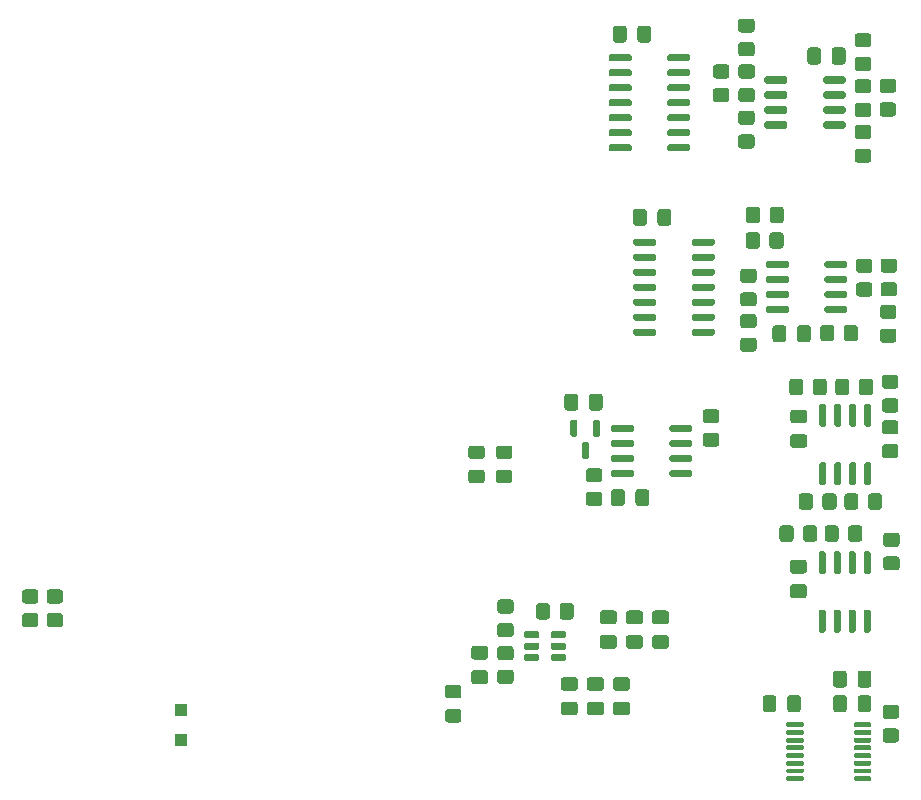
<source format=gtp>
G04 #@! TF.GenerationSoftware,KiCad,Pcbnew,(6.0.6)*
G04 #@! TF.CreationDate,2024-03-22T15:25:42+01:00*
G04 #@! TF.ProjectId,pi-pico-itm39xxc-if,70692d70-6963-46f2-9d69-746d33397878,rev?*
G04 #@! TF.SameCoordinates,Original*
G04 #@! TF.FileFunction,Paste,Top*
G04 #@! TF.FilePolarity,Positive*
%FSLAX46Y46*%
G04 Gerber Fmt 4.6, Leading zero omitted, Abs format (unit mm)*
G04 Created by KiCad (PCBNEW (6.0.6)) date 2024-03-22 15:25:42*
%MOMM*%
%LPD*%
G01*
G04 APERTURE LIST*
%ADD10R,1.000000X1.000000*%
G04 APERTURE END LIST*
G36*
G01*
X156993000Y-62791200D02*
X156993000Y-63091200D01*
G75*
G02*
X156843000Y-63241200I-150000J0D01*
G01*
X155193000Y-63241200D01*
G75*
G02*
X155043000Y-63091200I0J150000D01*
G01*
X155043000Y-62791200D01*
G75*
G02*
X155193000Y-62641200I150000J0D01*
G01*
X156843000Y-62641200D01*
G75*
G02*
X156993000Y-62791200I0J-150000D01*
G01*
G37*
G36*
G01*
X156993000Y-61521200D02*
X156993000Y-61821200D01*
G75*
G02*
X156843000Y-61971200I-150000J0D01*
G01*
X155193000Y-61971200D01*
G75*
G02*
X155043000Y-61821200I0J150000D01*
G01*
X155043000Y-61521200D01*
G75*
G02*
X155193000Y-61371200I150000J0D01*
G01*
X156843000Y-61371200D01*
G75*
G02*
X156993000Y-61521200I0J-150000D01*
G01*
G37*
G36*
G01*
X156993000Y-60251200D02*
X156993000Y-60551200D01*
G75*
G02*
X156843000Y-60701200I-150000J0D01*
G01*
X155193000Y-60701200D01*
G75*
G02*
X155043000Y-60551200I0J150000D01*
G01*
X155043000Y-60251200D01*
G75*
G02*
X155193000Y-60101200I150000J0D01*
G01*
X156843000Y-60101200D01*
G75*
G02*
X156993000Y-60251200I0J-150000D01*
G01*
G37*
G36*
G01*
X156993000Y-58981200D02*
X156993000Y-59281200D01*
G75*
G02*
X156843000Y-59431200I-150000J0D01*
G01*
X155193000Y-59431200D01*
G75*
G02*
X155043000Y-59281200I0J150000D01*
G01*
X155043000Y-58981200D01*
G75*
G02*
X155193000Y-58831200I150000J0D01*
G01*
X156843000Y-58831200D01*
G75*
G02*
X156993000Y-58981200I0J-150000D01*
G01*
G37*
G36*
G01*
X152043000Y-58981200D02*
X152043000Y-59281200D01*
G75*
G02*
X151893000Y-59431200I-150000J0D01*
G01*
X150243000Y-59431200D01*
G75*
G02*
X150093000Y-59281200I0J150000D01*
G01*
X150093000Y-58981200D01*
G75*
G02*
X150243000Y-58831200I150000J0D01*
G01*
X151893000Y-58831200D01*
G75*
G02*
X152043000Y-58981200I0J-150000D01*
G01*
G37*
G36*
G01*
X152043000Y-60251200D02*
X152043000Y-60551200D01*
G75*
G02*
X151893000Y-60701200I-150000J0D01*
G01*
X150243000Y-60701200D01*
G75*
G02*
X150093000Y-60551200I0J150000D01*
G01*
X150093000Y-60251200D01*
G75*
G02*
X150243000Y-60101200I150000J0D01*
G01*
X151893000Y-60101200D01*
G75*
G02*
X152043000Y-60251200I0J-150000D01*
G01*
G37*
G36*
G01*
X152043000Y-61521200D02*
X152043000Y-61821200D01*
G75*
G02*
X151893000Y-61971200I-150000J0D01*
G01*
X150243000Y-61971200D01*
G75*
G02*
X150093000Y-61821200I0J150000D01*
G01*
X150093000Y-61521200D01*
G75*
G02*
X150243000Y-61371200I150000J0D01*
G01*
X151893000Y-61371200D01*
G75*
G02*
X152043000Y-61521200I0J-150000D01*
G01*
G37*
G36*
G01*
X152043000Y-62791200D02*
X152043000Y-63091200D01*
G75*
G02*
X151893000Y-63241200I-150000J0D01*
G01*
X150243000Y-63241200D01*
G75*
G02*
X150093000Y-63091200I0J150000D01*
G01*
X150093000Y-62791200D01*
G75*
G02*
X150243000Y-62641200I150000J0D01*
G01*
X151893000Y-62641200D01*
G75*
G02*
X152043000Y-62791200I0J-150000D01*
G01*
G37*
G36*
G01*
X158768200Y-46647500D02*
X157868200Y-46647500D01*
G75*
G02*
X157618200Y-46397500I0J250000D01*
G01*
X157618200Y-45697500D01*
G75*
G02*
X157868200Y-45447500I250000J0D01*
G01*
X158768200Y-45447500D01*
G75*
G02*
X159018200Y-45697500I0J-250000D01*
G01*
X159018200Y-46397500D01*
G75*
G02*
X158768200Y-46647500I-250000J0D01*
G01*
G37*
G36*
G01*
X158768200Y-44647500D02*
X157868200Y-44647500D01*
G75*
G02*
X157618200Y-44397500I0J250000D01*
G01*
X157618200Y-43697500D01*
G75*
G02*
X157868200Y-43447500I250000J0D01*
G01*
X158768200Y-43447500D01*
G75*
G02*
X159018200Y-43697500I0J-250000D01*
G01*
X159018200Y-44397500D01*
G75*
G02*
X158768200Y-44647500I-250000J0D01*
G01*
G37*
G36*
G01*
X138488400Y-88421900D02*
X139438400Y-88421900D01*
G75*
G02*
X139688400Y-88671900I0J-250000D01*
G01*
X139688400Y-89346900D01*
G75*
G02*
X139438400Y-89596900I-250000J0D01*
G01*
X138488400Y-89596900D01*
G75*
G02*
X138238400Y-89346900I0J250000D01*
G01*
X138238400Y-88671900D01*
G75*
G02*
X138488400Y-88421900I250000J0D01*
G01*
G37*
G36*
G01*
X138488400Y-90496900D02*
X139438400Y-90496900D01*
G75*
G02*
X139688400Y-90746900I0J-250000D01*
G01*
X139688400Y-91421900D01*
G75*
G02*
X139438400Y-91671900I-250000J0D01*
G01*
X138488400Y-91671900D01*
G75*
G02*
X138238400Y-91421900I0J250000D01*
G01*
X138238400Y-90746900D01*
G75*
G02*
X138488400Y-90496900I250000J0D01*
G01*
G37*
G36*
G01*
X125153000Y-74456600D02*
X126053000Y-74456600D01*
G75*
G02*
X126303000Y-74706600I0J-250000D01*
G01*
X126303000Y-75356600D01*
G75*
G02*
X126053000Y-75606600I-250000J0D01*
G01*
X125153000Y-75606600D01*
G75*
G02*
X124903000Y-75356600I0J250000D01*
G01*
X124903000Y-74706600D01*
G75*
G02*
X125153000Y-74456600I250000J0D01*
G01*
G37*
G36*
G01*
X125153000Y-76506600D02*
X126053000Y-76506600D01*
G75*
G02*
X126303000Y-76756600I0J-250000D01*
G01*
X126303000Y-77406600D01*
G75*
G02*
X126053000Y-77656600I-250000J0D01*
G01*
X125153000Y-77656600D01*
G75*
G02*
X124903000Y-77406600I0J250000D01*
G01*
X124903000Y-76756600D01*
G75*
G02*
X125153000Y-76506600I250000J0D01*
G01*
G37*
G36*
G01*
X159028800Y-95841800D02*
X159028800Y-96791800D01*
G75*
G02*
X158778800Y-97041800I-250000J0D01*
G01*
X158103800Y-97041800D01*
G75*
G02*
X157853800Y-96791800I0J250000D01*
G01*
X157853800Y-95841800D01*
G75*
G02*
X158103800Y-95591800I250000J0D01*
G01*
X158778800Y-95591800D01*
G75*
G02*
X159028800Y-95841800I0J-250000D01*
G01*
G37*
G36*
G01*
X156953800Y-95841800D02*
X156953800Y-96791800D01*
G75*
G02*
X156703800Y-97041800I-250000J0D01*
G01*
X156028800Y-97041800D01*
G75*
G02*
X155778800Y-96791800I0J250000D01*
G01*
X155778800Y-95841800D01*
G75*
G02*
X156028800Y-95591800I250000J0D01*
G01*
X156703800Y-95591800D01*
G75*
G02*
X156953800Y-95841800I0J-250000D01*
G01*
G37*
G36*
G01*
X157868200Y-47320400D02*
X158768200Y-47320400D01*
G75*
G02*
X159018200Y-47570400I0J-250000D01*
G01*
X159018200Y-48270400D01*
G75*
G02*
X158768200Y-48520400I-250000J0D01*
G01*
X157868200Y-48520400D01*
G75*
G02*
X157618200Y-48270400I0J250000D01*
G01*
X157618200Y-47570400D01*
G75*
G02*
X157868200Y-47320400I250000J0D01*
G01*
G37*
G36*
G01*
X157868200Y-49320400D02*
X158768200Y-49320400D01*
G75*
G02*
X159018200Y-49570400I0J-250000D01*
G01*
X159018200Y-50270400D01*
G75*
G02*
X158768200Y-50520400I-250000J0D01*
G01*
X157868200Y-50520400D01*
G75*
G02*
X157618200Y-50270400I0J250000D01*
G01*
X157618200Y-49570400D01*
G75*
G02*
X157868200Y-49320400I250000J0D01*
G01*
G37*
G36*
G01*
X161070200Y-75523400D02*
X160170200Y-75523400D01*
G75*
G02*
X159920200Y-75273400I0J250000D01*
G01*
X159920200Y-74573400D01*
G75*
G02*
X160170200Y-74323400I250000J0D01*
G01*
X161070200Y-74323400D01*
G75*
G02*
X161320200Y-74573400I0J-250000D01*
G01*
X161320200Y-75273400D01*
G75*
G02*
X161070200Y-75523400I-250000J0D01*
G01*
G37*
G36*
G01*
X161070200Y-73523400D02*
X160170200Y-73523400D01*
G75*
G02*
X159920200Y-73273400I0J250000D01*
G01*
X159920200Y-72573400D01*
G75*
G02*
X160170200Y-72323400I250000J0D01*
G01*
X161070200Y-72323400D01*
G75*
G02*
X161320200Y-72573400I0J-250000D01*
G01*
X161320200Y-73273400D01*
G75*
G02*
X161070200Y-73523400I-250000J0D01*
G01*
G37*
G36*
G01*
X88257800Y-89839600D02*
X87357800Y-89839600D01*
G75*
G02*
X87107800Y-89589600I0J250000D01*
G01*
X87107800Y-88889600D01*
G75*
G02*
X87357800Y-88639600I250000J0D01*
G01*
X88257800Y-88639600D01*
G75*
G02*
X88507800Y-88889600I0J-250000D01*
G01*
X88507800Y-89589600D01*
G75*
G02*
X88257800Y-89839600I-250000J0D01*
G01*
G37*
G36*
G01*
X88257800Y-87839600D02*
X87357800Y-87839600D01*
G75*
G02*
X87107800Y-87589600I0J250000D01*
G01*
X87107800Y-86889600D01*
G75*
G02*
X87357800Y-86639600I250000J0D01*
G01*
X88257800Y-86639600D01*
G75*
G02*
X88507800Y-86889600I0J-250000D01*
G01*
X88507800Y-87589600D01*
G75*
G02*
X88257800Y-87839600I-250000J0D01*
G01*
G37*
G36*
G01*
X133194200Y-92240000D02*
X133194200Y-92540000D01*
G75*
G02*
X133044200Y-92690000I-150000J0D01*
G01*
X132019200Y-92690000D01*
G75*
G02*
X131869200Y-92540000I0J150000D01*
G01*
X131869200Y-92240000D01*
G75*
G02*
X132019200Y-92090000I150000J0D01*
G01*
X133044200Y-92090000D01*
G75*
G02*
X133194200Y-92240000I0J-150000D01*
G01*
G37*
G36*
G01*
X133194200Y-91290000D02*
X133194200Y-91590000D01*
G75*
G02*
X133044200Y-91740000I-150000J0D01*
G01*
X132019200Y-91740000D01*
G75*
G02*
X131869200Y-91590000I0J150000D01*
G01*
X131869200Y-91290000D01*
G75*
G02*
X132019200Y-91140000I150000J0D01*
G01*
X133044200Y-91140000D01*
G75*
G02*
X133194200Y-91290000I0J-150000D01*
G01*
G37*
G36*
G01*
X133194200Y-90340000D02*
X133194200Y-90640000D01*
G75*
G02*
X133044200Y-90790000I-150000J0D01*
G01*
X132019200Y-90790000D01*
G75*
G02*
X131869200Y-90640000I0J150000D01*
G01*
X131869200Y-90340000D01*
G75*
G02*
X132019200Y-90190000I150000J0D01*
G01*
X133044200Y-90190000D01*
G75*
G02*
X133194200Y-90340000I0J-150000D01*
G01*
G37*
G36*
G01*
X130919200Y-90340000D02*
X130919200Y-90640000D01*
G75*
G02*
X130769200Y-90790000I-150000J0D01*
G01*
X129744200Y-90790000D01*
G75*
G02*
X129594200Y-90640000I0J150000D01*
G01*
X129594200Y-90340000D01*
G75*
G02*
X129744200Y-90190000I150000J0D01*
G01*
X130769200Y-90190000D01*
G75*
G02*
X130919200Y-90340000I0J-150000D01*
G01*
G37*
G36*
G01*
X130919200Y-91290000D02*
X130919200Y-91590000D01*
G75*
G02*
X130769200Y-91740000I-150000J0D01*
G01*
X129744200Y-91740000D01*
G75*
G02*
X129594200Y-91590000I0J150000D01*
G01*
X129594200Y-91290000D01*
G75*
G02*
X129744200Y-91140000I150000J0D01*
G01*
X130769200Y-91140000D01*
G75*
G02*
X130919200Y-91290000I0J-150000D01*
G01*
G37*
G36*
G01*
X130919200Y-92240000D02*
X130919200Y-92540000D01*
G75*
G02*
X130769200Y-92690000I-150000J0D01*
G01*
X129744200Y-92690000D01*
G75*
G02*
X129594200Y-92540000I0J150000D01*
G01*
X129594200Y-92240000D01*
G75*
G02*
X129744200Y-92090000I150000J0D01*
G01*
X130769200Y-92090000D01*
G75*
G02*
X130919200Y-92240000I0J-150000D01*
G01*
G37*
G36*
G01*
X152398200Y-71409400D02*
X153348200Y-71409400D01*
G75*
G02*
X153598200Y-71659400I0J-250000D01*
G01*
X153598200Y-72334400D01*
G75*
G02*
X153348200Y-72584400I-250000J0D01*
G01*
X152398200Y-72584400D01*
G75*
G02*
X152148200Y-72334400I0J250000D01*
G01*
X152148200Y-71659400D01*
G75*
G02*
X152398200Y-71409400I250000J0D01*
G01*
G37*
G36*
G01*
X152398200Y-73484400D02*
X153348200Y-73484400D01*
G75*
G02*
X153598200Y-73734400I0J-250000D01*
G01*
X153598200Y-74409400D01*
G75*
G02*
X153348200Y-74659400I-250000J0D01*
G01*
X152398200Y-74659400D01*
G75*
G02*
X152148200Y-74409400I0J250000D01*
G01*
X152148200Y-73734400D01*
G75*
G02*
X152398200Y-73484400I250000J0D01*
G01*
G37*
G36*
G01*
X135586600Y-72264400D02*
X135886600Y-72264400D01*
G75*
G02*
X136036600Y-72414400I0J-150000D01*
G01*
X136036600Y-73589400D01*
G75*
G02*
X135886600Y-73739400I-150000J0D01*
G01*
X135586600Y-73739400D01*
G75*
G02*
X135436600Y-73589400I0J150000D01*
G01*
X135436600Y-72414400D01*
G75*
G02*
X135586600Y-72264400I150000J0D01*
G01*
G37*
G36*
G01*
X133686600Y-72264400D02*
X133986600Y-72264400D01*
G75*
G02*
X134136600Y-72414400I0J-150000D01*
G01*
X134136600Y-73589400D01*
G75*
G02*
X133986600Y-73739400I-150000J0D01*
G01*
X133686600Y-73739400D01*
G75*
G02*
X133536600Y-73589400I0J150000D01*
G01*
X133536600Y-72414400D01*
G75*
G02*
X133686600Y-72264400I150000J0D01*
G01*
G37*
G36*
G01*
X134636600Y-74139400D02*
X134936600Y-74139400D01*
G75*
G02*
X135086600Y-74289400I0J-150000D01*
G01*
X135086600Y-75464400D01*
G75*
G02*
X134936600Y-75614400I-150000J0D01*
G01*
X134636600Y-75614400D01*
G75*
G02*
X134486600Y-75464400I0J150000D01*
G01*
X134486600Y-74289400D01*
G75*
G02*
X134636600Y-74139400I150000J0D01*
G01*
G37*
G36*
G01*
X136136400Y-97306800D02*
X135186400Y-97306800D01*
G75*
G02*
X134936400Y-97056800I0J250000D01*
G01*
X134936400Y-96381800D01*
G75*
G02*
X135186400Y-96131800I250000J0D01*
G01*
X136136400Y-96131800D01*
G75*
G02*
X136386400Y-96381800I0J-250000D01*
G01*
X136386400Y-97056800D01*
G75*
G02*
X136136400Y-97306800I-250000J0D01*
G01*
G37*
G36*
G01*
X136136400Y-95231800D02*
X135186400Y-95231800D01*
G75*
G02*
X134936400Y-94981800I0J250000D01*
G01*
X134936400Y-94306800D01*
G75*
G02*
X135186400Y-94056800I250000J0D01*
G01*
X136136400Y-94056800D01*
G75*
G02*
X136386400Y-94306800I0J-250000D01*
G01*
X136386400Y-94981800D01*
G75*
G02*
X136136400Y-95231800I-250000J0D01*
G01*
G37*
G36*
G01*
X127489800Y-74456600D02*
X128389800Y-74456600D01*
G75*
G02*
X128639800Y-74706600I0J-250000D01*
G01*
X128639800Y-75356600D01*
G75*
G02*
X128389800Y-75606600I-250000J0D01*
G01*
X127489800Y-75606600D01*
G75*
G02*
X127239800Y-75356600I0J250000D01*
G01*
X127239800Y-74706600D01*
G75*
G02*
X127489800Y-74456600I250000J0D01*
G01*
G37*
G36*
G01*
X127489800Y-76506600D02*
X128389800Y-76506600D01*
G75*
G02*
X128639800Y-76756600I0J-250000D01*
G01*
X128639800Y-77406600D01*
G75*
G02*
X128389800Y-77656600I-250000J0D01*
G01*
X127489800Y-77656600D01*
G75*
G02*
X127239800Y-77406600I0J250000D01*
G01*
X127239800Y-76756600D01*
G75*
G02*
X127489800Y-76506600I250000J0D01*
G01*
G37*
G36*
G01*
X148165400Y-63322400D02*
X149065400Y-63322400D01*
G75*
G02*
X149315400Y-63572400I0J-250000D01*
G01*
X149315400Y-64272400D01*
G75*
G02*
X149065400Y-64522400I-250000J0D01*
G01*
X148165400Y-64522400D01*
G75*
G02*
X147915400Y-64272400I0J250000D01*
G01*
X147915400Y-63572400D01*
G75*
G02*
X148165400Y-63322400I250000J0D01*
G01*
G37*
G36*
G01*
X148165400Y-65322400D02*
X149065400Y-65322400D01*
G75*
G02*
X149315400Y-65572400I0J-250000D01*
G01*
X149315400Y-66272400D01*
G75*
G02*
X149065400Y-66522400I-250000J0D01*
G01*
X148165400Y-66522400D01*
G75*
G02*
X147915400Y-66272400I0J250000D01*
G01*
X147915400Y-65572400D01*
G75*
G02*
X148165400Y-65322400I250000J0D01*
G01*
G37*
G36*
G01*
X137135200Y-40099000D02*
X137135200Y-39149000D01*
G75*
G02*
X137385200Y-38899000I250000J0D01*
G01*
X138060200Y-38899000D01*
G75*
G02*
X138310200Y-39149000I0J-250000D01*
G01*
X138310200Y-40099000D01*
G75*
G02*
X138060200Y-40349000I-250000J0D01*
G01*
X137385200Y-40349000D01*
G75*
G02*
X137135200Y-40099000I0J250000D01*
G01*
G37*
G36*
G01*
X139210200Y-40099000D02*
X139210200Y-39149000D01*
G75*
G02*
X139460200Y-38899000I250000J0D01*
G01*
X140135200Y-38899000D01*
G75*
G02*
X140385200Y-39149000I0J-250000D01*
G01*
X140385200Y-40099000D01*
G75*
G02*
X140135200Y-40349000I-250000J0D01*
G01*
X139460200Y-40349000D01*
G75*
G02*
X139210200Y-40099000I0J250000D01*
G01*
G37*
G36*
G01*
X158261200Y-81465000D02*
X158261200Y-82365000D01*
G75*
G02*
X158011200Y-82615000I-250000J0D01*
G01*
X157311200Y-82615000D01*
G75*
G02*
X157061200Y-82365000I0J250000D01*
G01*
X157061200Y-81465000D01*
G75*
G02*
X157311200Y-81215000I250000J0D01*
G01*
X158011200Y-81215000D01*
G75*
G02*
X158261200Y-81465000I0J-250000D01*
G01*
G37*
G36*
G01*
X156261200Y-81465000D02*
X156261200Y-82365000D01*
G75*
G02*
X156011200Y-82615000I-250000J0D01*
G01*
X155311200Y-82615000D01*
G75*
G02*
X155061200Y-82365000I0J250000D01*
G01*
X155061200Y-81465000D01*
G75*
G02*
X155311200Y-81215000I250000J0D01*
G01*
X156011200Y-81215000D01*
G75*
G02*
X156261200Y-81465000I0J-250000D01*
G01*
G37*
G36*
G01*
X144990400Y-71374200D02*
X145890400Y-71374200D01*
G75*
G02*
X146140400Y-71624200I0J-250000D01*
G01*
X146140400Y-72324200D01*
G75*
G02*
X145890400Y-72574200I-250000J0D01*
G01*
X144990400Y-72574200D01*
G75*
G02*
X144740400Y-72324200I0J250000D01*
G01*
X144740400Y-71624200D01*
G75*
G02*
X144990400Y-71374200I250000J0D01*
G01*
G37*
G36*
G01*
X144990400Y-73374200D02*
X145890400Y-73374200D01*
G75*
G02*
X146140400Y-73624200I0J-250000D01*
G01*
X146140400Y-74324200D01*
G75*
G02*
X145890400Y-74574200I-250000J0D01*
G01*
X144990400Y-74574200D01*
G75*
G02*
X144740400Y-74324200I0J250000D01*
G01*
X144740400Y-73624200D01*
G75*
G02*
X144990400Y-73374200I250000J0D01*
G01*
G37*
G36*
G01*
X154686200Y-65397800D02*
X154686200Y-64497800D01*
G75*
G02*
X154936200Y-64247800I250000J0D01*
G01*
X155636200Y-64247800D01*
G75*
G02*
X155886200Y-64497800I0J-250000D01*
G01*
X155886200Y-65397800D01*
G75*
G02*
X155636200Y-65647800I-250000J0D01*
G01*
X154936200Y-65647800D01*
G75*
G02*
X154686200Y-65397800I0J250000D01*
G01*
G37*
G36*
G01*
X156686200Y-65397800D02*
X156686200Y-64497800D01*
G75*
G02*
X156936200Y-64247800I250000J0D01*
G01*
X157636200Y-64247800D01*
G75*
G02*
X157886200Y-64497800I0J-250000D01*
G01*
X157886200Y-65397800D01*
G75*
G02*
X157636200Y-65647800I-250000J0D01*
G01*
X156936200Y-65647800D01*
G75*
G02*
X156686200Y-65397800I0J250000D01*
G01*
G37*
G36*
G01*
X145854000Y-42189600D02*
X146754000Y-42189600D01*
G75*
G02*
X147004000Y-42439600I0J-250000D01*
G01*
X147004000Y-43139600D01*
G75*
G02*
X146754000Y-43389600I-250000J0D01*
G01*
X145854000Y-43389600D01*
G75*
G02*
X145604000Y-43139600I0J250000D01*
G01*
X145604000Y-42439600D01*
G75*
G02*
X145854000Y-42189600I250000J0D01*
G01*
G37*
G36*
G01*
X145854000Y-44189600D02*
X146754000Y-44189600D01*
G75*
G02*
X147004000Y-44439600I0J-250000D01*
G01*
X147004000Y-45139600D01*
G75*
G02*
X146754000Y-45389600I-250000J0D01*
G01*
X145854000Y-45389600D01*
G75*
G02*
X145604000Y-45139600I0J250000D01*
G01*
X145604000Y-44439600D01*
G75*
G02*
X145854000Y-44189600I250000J0D01*
G01*
G37*
G36*
G01*
X126332000Y-94661300D02*
X125382000Y-94661300D01*
G75*
G02*
X125132000Y-94411300I0J250000D01*
G01*
X125132000Y-93736300D01*
G75*
G02*
X125382000Y-93486300I250000J0D01*
G01*
X126332000Y-93486300D01*
G75*
G02*
X126582000Y-93736300I0J-250000D01*
G01*
X126582000Y-94411300D01*
G75*
G02*
X126332000Y-94661300I-250000J0D01*
G01*
G37*
G36*
G01*
X126332000Y-92586300D02*
X125382000Y-92586300D01*
G75*
G02*
X125132000Y-92336300I0J250000D01*
G01*
X125132000Y-91661300D01*
G75*
G02*
X125382000Y-91411300I250000J0D01*
G01*
X126332000Y-91411300D01*
G75*
G02*
X126582000Y-91661300I0J-250000D01*
G01*
X126582000Y-92336300D01*
G75*
G02*
X126332000Y-92586300I-250000J0D01*
G01*
G37*
G36*
G01*
X157868200Y-39548000D02*
X158768200Y-39548000D01*
G75*
G02*
X159018200Y-39798000I0J-250000D01*
G01*
X159018200Y-40498000D01*
G75*
G02*
X158768200Y-40748000I-250000J0D01*
G01*
X157868200Y-40748000D01*
G75*
G02*
X157618200Y-40498000I0J250000D01*
G01*
X157618200Y-39798000D01*
G75*
G02*
X157868200Y-39548000I250000J0D01*
G01*
G37*
G36*
G01*
X157868200Y-41548000D02*
X158768200Y-41548000D01*
G75*
G02*
X159018200Y-41798000I0J-250000D01*
G01*
X159018200Y-42498000D01*
G75*
G02*
X158768200Y-42748000I-250000J0D01*
G01*
X157868200Y-42748000D01*
G75*
G02*
X157618200Y-42498000I0J250000D01*
G01*
X157618200Y-41798000D01*
G75*
G02*
X157868200Y-41548000I250000J0D01*
G01*
G37*
G36*
G01*
X148403000Y-55390200D02*
X148403000Y-54490200D01*
G75*
G02*
X148653000Y-54240200I250000J0D01*
G01*
X149353000Y-54240200D01*
G75*
G02*
X149603000Y-54490200I0J-250000D01*
G01*
X149603000Y-55390200D01*
G75*
G02*
X149353000Y-55640200I-250000J0D01*
G01*
X148653000Y-55640200D01*
G75*
G02*
X148403000Y-55390200I0J250000D01*
G01*
G37*
G36*
G01*
X150403000Y-55390200D02*
X150403000Y-54490200D01*
G75*
G02*
X150653000Y-54240200I250000J0D01*
G01*
X151353000Y-54240200D01*
G75*
G02*
X151603000Y-54490200I0J-250000D01*
G01*
X151603000Y-55390200D01*
G75*
G02*
X151353000Y-55640200I-250000J0D01*
G01*
X150653000Y-55640200D01*
G75*
G02*
X150403000Y-55390200I0J250000D01*
G01*
G37*
G36*
G01*
X160170200Y-68462600D02*
X161070200Y-68462600D01*
G75*
G02*
X161320200Y-68712600I0J-250000D01*
G01*
X161320200Y-69412600D01*
G75*
G02*
X161070200Y-69662600I-250000J0D01*
G01*
X160170200Y-69662600D01*
G75*
G02*
X159920200Y-69412600I0J250000D01*
G01*
X159920200Y-68712600D01*
G75*
G02*
X160170200Y-68462600I250000J0D01*
G01*
G37*
G36*
G01*
X160170200Y-70462600D02*
X161070200Y-70462600D01*
G75*
G02*
X161320200Y-70712600I0J-250000D01*
G01*
X161320200Y-71412600D01*
G75*
G02*
X161070200Y-71662600I-250000J0D01*
G01*
X160170200Y-71662600D01*
G75*
G02*
X159920200Y-71412600I0J250000D01*
G01*
X159920200Y-70712600D01*
G75*
G02*
X160170200Y-70462600I250000J0D01*
G01*
G37*
G36*
G01*
X148387000Y-57549200D02*
X148387000Y-56649200D01*
G75*
G02*
X148637000Y-56399200I250000J0D01*
G01*
X149337000Y-56399200D01*
G75*
G02*
X149587000Y-56649200I0J-250000D01*
G01*
X149587000Y-57549200D01*
G75*
G02*
X149337000Y-57799200I-250000J0D01*
G01*
X148637000Y-57799200D01*
G75*
G02*
X148387000Y-57549200I0J250000D01*
G01*
G37*
G36*
G01*
X150387000Y-57549200D02*
X150387000Y-56649200D01*
G75*
G02*
X150637000Y-56399200I250000J0D01*
G01*
X151337000Y-56399200D01*
G75*
G02*
X151587000Y-56649200I0J-250000D01*
G01*
X151587000Y-57549200D01*
G75*
G02*
X151337000Y-57799200I-250000J0D01*
G01*
X150637000Y-57799200D01*
G75*
G02*
X150387000Y-57549200I0J250000D01*
G01*
G37*
G36*
G01*
X136775200Y-41780600D02*
X136775200Y-41480600D01*
G75*
G02*
X136925200Y-41330600I150000J0D01*
G01*
X138575200Y-41330600D01*
G75*
G02*
X138725200Y-41480600I0J-150000D01*
G01*
X138725200Y-41780600D01*
G75*
G02*
X138575200Y-41930600I-150000J0D01*
G01*
X136925200Y-41930600D01*
G75*
G02*
X136775200Y-41780600I0J150000D01*
G01*
G37*
G36*
G01*
X136775200Y-43050600D02*
X136775200Y-42750600D01*
G75*
G02*
X136925200Y-42600600I150000J0D01*
G01*
X138575200Y-42600600D01*
G75*
G02*
X138725200Y-42750600I0J-150000D01*
G01*
X138725200Y-43050600D01*
G75*
G02*
X138575200Y-43200600I-150000J0D01*
G01*
X136925200Y-43200600D01*
G75*
G02*
X136775200Y-43050600I0J150000D01*
G01*
G37*
G36*
G01*
X136775200Y-44320600D02*
X136775200Y-44020600D01*
G75*
G02*
X136925200Y-43870600I150000J0D01*
G01*
X138575200Y-43870600D01*
G75*
G02*
X138725200Y-44020600I0J-150000D01*
G01*
X138725200Y-44320600D01*
G75*
G02*
X138575200Y-44470600I-150000J0D01*
G01*
X136925200Y-44470600D01*
G75*
G02*
X136775200Y-44320600I0J150000D01*
G01*
G37*
G36*
G01*
X136775200Y-45590600D02*
X136775200Y-45290600D01*
G75*
G02*
X136925200Y-45140600I150000J0D01*
G01*
X138575200Y-45140600D01*
G75*
G02*
X138725200Y-45290600I0J-150000D01*
G01*
X138725200Y-45590600D01*
G75*
G02*
X138575200Y-45740600I-150000J0D01*
G01*
X136925200Y-45740600D01*
G75*
G02*
X136775200Y-45590600I0J150000D01*
G01*
G37*
G36*
G01*
X136775200Y-46860600D02*
X136775200Y-46560600D01*
G75*
G02*
X136925200Y-46410600I150000J0D01*
G01*
X138575200Y-46410600D01*
G75*
G02*
X138725200Y-46560600I0J-150000D01*
G01*
X138725200Y-46860600D01*
G75*
G02*
X138575200Y-47010600I-150000J0D01*
G01*
X136925200Y-47010600D01*
G75*
G02*
X136775200Y-46860600I0J150000D01*
G01*
G37*
G36*
G01*
X136775200Y-48130600D02*
X136775200Y-47830600D01*
G75*
G02*
X136925200Y-47680600I150000J0D01*
G01*
X138575200Y-47680600D01*
G75*
G02*
X138725200Y-47830600I0J-150000D01*
G01*
X138725200Y-48130600D01*
G75*
G02*
X138575200Y-48280600I-150000J0D01*
G01*
X136925200Y-48280600D01*
G75*
G02*
X136775200Y-48130600I0J150000D01*
G01*
G37*
G36*
G01*
X136775200Y-49400600D02*
X136775200Y-49100600D01*
G75*
G02*
X136925200Y-48950600I150000J0D01*
G01*
X138575200Y-48950600D01*
G75*
G02*
X138725200Y-49100600I0J-150000D01*
G01*
X138725200Y-49400600D01*
G75*
G02*
X138575200Y-49550600I-150000J0D01*
G01*
X136925200Y-49550600D01*
G75*
G02*
X136775200Y-49400600I0J150000D01*
G01*
G37*
G36*
G01*
X141725200Y-49400600D02*
X141725200Y-49100600D01*
G75*
G02*
X141875200Y-48950600I150000J0D01*
G01*
X143525200Y-48950600D01*
G75*
G02*
X143675200Y-49100600I0J-150000D01*
G01*
X143675200Y-49400600D01*
G75*
G02*
X143525200Y-49550600I-150000J0D01*
G01*
X141875200Y-49550600D01*
G75*
G02*
X141725200Y-49400600I0J150000D01*
G01*
G37*
G36*
G01*
X141725200Y-48130600D02*
X141725200Y-47830600D01*
G75*
G02*
X141875200Y-47680600I150000J0D01*
G01*
X143525200Y-47680600D01*
G75*
G02*
X143675200Y-47830600I0J-150000D01*
G01*
X143675200Y-48130600D01*
G75*
G02*
X143525200Y-48280600I-150000J0D01*
G01*
X141875200Y-48280600D01*
G75*
G02*
X141725200Y-48130600I0J150000D01*
G01*
G37*
G36*
G01*
X141725200Y-46860600D02*
X141725200Y-46560600D01*
G75*
G02*
X141875200Y-46410600I150000J0D01*
G01*
X143525200Y-46410600D01*
G75*
G02*
X143675200Y-46560600I0J-150000D01*
G01*
X143675200Y-46860600D01*
G75*
G02*
X143525200Y-47010600I-150000J0D01*
G01*
X141875200Y-47010600D01*
G75*
G02*
X141725200Y-46860600I0J150000D01*
G01*
G37*
G36*
G01*
X141725200Y-45590600D02*
X141725200Y-45290600D01*
G75*
G02*
X141875200Y-45140600I150000J0D01*
G01*
X143525200Y-45140600D01*
G75*
G02*
X143675200Y-45290600I0J-150000D01*
G01*
X143675200Y-45590600D01*
G75*
G02*
X143525200Y-45740600I-150000J0D01*
G01*
X141875200Y-45740600D01*
G75*
G02*
X141725200Y-45590600I0J150000D01*
G01*
G37*
G36*
G01*
X141725200Y-44320600D02*
X141725200Y-44020600D01*
G75*
G02*
X141875200Y-43870600I150000J0D01*
G01*
X143525200Y-43870600D01*
G75*
G02*
X143675200Y-44020600I0J-150000D01*
G01*
X143675200Y-44320600D01*
G75*
G02*
X143525200Y-44470600I-150000J0D01*
G01*
X141875200Y-44470600D01*
G75*
G02*
X141725200Y-44320600I0J150000D01*
G01*
G37*
G36*
G01*
X141725200Y-43050600D02*
X141725200Y-42750600D01*
G75*
G02*
X141875200Y-42600600I150000J0D01*
G01*
X143525200Y-42600600D01*
G75*
G02*
X143675200Y-42750600I0J-150000D01*
G01*
X143675200Y-43050600D01*
G75*
G02*
X143525200Y-43200600I-150000J0D01*
G01*
X141875200Y-43200600D01*
G75*
G02*
X141725200Y-43050600I0J150000D01*
G01*
G37*
G36*
G01*
X141725200Y-41780600D02*
X141725200Y-41480600D01*
G75*
G02*
X141875200Y-41330600I150000J0D01*
G01*
X143525200Y-41330600D01*
G75*
G02*
X143675200Y-41480600I0J-150000D01*
G01*
X143675200Y-41780600D01*
G75*
G02*
X143525200Y-41930600I-150000J0D01*
G01*
X141875200Y-41930600D01*
G75*
G02*
X141725200Y-41780600I0J150000D01*
G01*
G37*
G36*
G01*
X147987600Y-46110600D02*
X148887600Y-46110600D01*
G75*
G02*
X149137600Y-46360600I0J-250000D01*
G01*
X149137600Y-47060600D01*
G75*
G02*
X148887600Y-47310600I-250000J0D01*
G01*
X147987600Y-47310600D01*
G75*
G02*
X147737600Y-47060600I0J250000D01*
G01*
X147737600Y-46360600D01*
G75*
G02*
X147987600Y-46110600I250000J0D01*
G01*
G37*
G36*
G01*
X147987600Y-48110600D02*
X148887600Y-48110600D01*
G75*
G02*
X149137600Y-48360600I0J-250000D01*
G01*
X149137600Y-49060600D01*
G75*
G02*
X148887600Y-49310600I-250000J0D01*
G01*
X147987600Y-49310600D01*
G75*
G02*
X147737600Y-49060600I0J250000D01*
G01*
X147737600Y-48360600D01*
G75*
G02*
X147987600Y-48110600I250000J0D01*
G01*
G37*
G36*
G01*
X128491400Y-94640200D02*
X127591400Y-94640200D01*
G75*
G02*
X127341400Y-94390200I0J250000D01*
G01*
X127341400Y-93690200D01*
G75*
G02*
X127591400Y-93440200I250000J0D01*
G01*
X128491400Y-93440200D01*
G75*
G02*
X128741400Y-93690200I0J-250000D01*
G01*
X128741400Y-94390200D01*
G75*
G02*
X128491400Y-94640200I-250000J0D01*
G01*
G37*
G36*
G01*
X128491400Y-92640200D02*
X127591400Y-92640200D01*
G75*
G02*
X127341400Y-92390200I0J250000D01*
G01*
X127341400Y-91690200D01*
G75*
G02*
X127591400Y-91440200I250000J0D01*
G01*
X128491400Y-91440200D01*
G75*
G02*
X128741400Y-91690200I0J-250000D01*
G01*
X128741400Y-92390200D01*
G75*
G02*
X128491400Y-92640200I-250000J0D01*
G01*
G37*
G36*
G01*
X130623000Y-88943600D02*
X130623000Y-88043600D01*
G75*
G02*
X130873000Y-87793600I250000J0D01*
G01*
X131573000Y-87793600D01*
G75*
G02*
X131823000Y-88043600I0J-250000D01*
G01*
X131823000Y-88943600D01*
G75*
G02*
X131573000Y-89193600I-250000J0D01*
G01*
X130873000Y-89193600D01*
G75*
G02*
X130623000Y-88943600I0J250000D01*
G01*
G37*
G36*
G01*
X132623000Y-88943600D02*
X132623000Y-88043600D01*
G75*
G02*
X132873000Y-87793600I250000J0D01*
G01*
X133573000Y-87793600D01*
G75*
G02*
X133823000Y-88043600I0J-250000D01*
G01*
X133823000Y-88943600D01*
G75*
G02*
X133573000Y-89193600I-250000J0D01*
G01*
X132873000Y-89193600D01*
G75*
G02*
X132623000Y-88943600I0J250000D01*
G01*
G37*
G36*
G01*
X155013800Y-90292600D02*
X154713800Y-90292600D01*
G75*
G02*
X154563800Y-90142600I0J150000D01*
G01*
X154563800Y-88492600D01*
G75*
G02*
X154713800Y-88342600I150000J0D01*
G01*
X155013800Y-88342600D01*
G75*
G02*
X155163800Y-88492600I0J-150000D01*
G01*
X155163800Y-90142600D01*
G75*
G02*
X155013800Y-90292600I-150000J0D01*
G01*
G37*
G36*
G01*
X156283800Y-90292600D02*
X155983800Y-90292600D01*
G75*
G02*
X155833800Y-90142600I0J150000D01*
G01*
X155833800Y-88492600D01*
G75*
G02*
X155983800Y-88342600I150000J0D01*
G01*
X156283800Y-88342600D01*
G75*
G02*
X156433800Y-88492600I0J-150000D01*
G01*
X156433800Y-90142600D01*
G75*
G02*
X156283800Y-90292600I-150000J0D01*
G01*
G37*
G36*
G01*
X157553800Y-90292600D02*
X157253800Y-90292600D01*
G75*
G02*
X157103800Y-90142600I0J150000D01*
G01*
X157103800Y-88492600D01*
G75*
G02*
X157253800Y-88342600I150000J0D01*
G01*
X157553800Y-88342600D01*
G75*
G02*
X157703800Y-88492600I0J-150000D01*
G01*
X157703800Y-90142600D01*
G75*
G02*
X157553800Y-90292600I-150000J0D01*
G01*
G37*
G36*
G01*
X158823800Y-90292600D02*
X158523800Y-90292600D01*
G75*
G02*
X158373800Y-90142600I0J150000D01*
G01*
X158373800Y-88492600D01*
G75*
G02*
X158523800Y-88342600I150000J0D01*
G01*
X158823800Y-88342600D01*
G75*
G02*
X158973800Y-88492600I0J-150000D01*
G01*
X158973800Y-90142600D01*
G75*
G02*
X158823800Y-90292600I-150000J0D01*
G01*
G37*
G36*
G01*
X158823800Y-85342600D02*
X158523800Y-85342600D01*
G75*
G02*
X158373800Y-85192600I0J150000D01*
G01*
X158373800Y-83542600D01*
G75*
G02*
X158523800Y-83392600I150000J0D01*
G01*
X158823800Y-83392600D01*
G75*
G02*
X158973800Y-83542600I0J-150000D01*
G01*
X158973800Y-85192600D01*
G75*
G02*
X158823800Y-85342600I-150000J0D01*
G01*
G37*
G36*
G01*
X157553800Y-85342600D02*
X157253800Y-85342600D01*
G75*
G02*
X157103800Y-85192600I0J150000D01*
G01*
X157103800Y-83542600D01*
G75*
G02*
X157253800Y-83392600I150000J0D01*
G01*
X157553800Y-83392600D01*
G75*
G02*
X157703800Y-83542600I0J-150000D01*
G01*
X157703800Y-85192600D01*
G75*
G02*
X157553800Y-85342600I-150000J0D01*
G01*
G37*
G36*
G01*
X156283800Y-85342600D02*
X155983800Y-85342600D01*
G75*
G02*
X155833800Y-85192600I0J150000D01*
G01*
X155833800Y-83542600D01*
G75*
G02*
X155983800Y-83392600I150000J0D01*
G01*
X156283800Y-83392600D01*
G75*
G02*
X156433800Y-83542600I0J-150000D01*
G01*
X156433800Y-85192600D01*
G75*
G02*
X156283800Y-85342600I-150000J0D01*
G01*
G37*
G36*
G01*
X155013800Y-85342600D02*
X154713800Y-85342600D01*
G75*
G02*
X154563800Y-85192600I0J150000D01*
G01*
X154563800Y-83542600D01*
G75*
G02*
X154713800Y-83392600I150000J0D01*
G01*
X155013800Y-83392600D01*
G75*
G02*
X155163800Y-83542600I0J-150000D01*
G01*
X155163800Y-85192600D01*
G75*
G02*
X155013800Y-85342600I-150000J0D01*
G01*
G37*
G36*
G01*
X136971600Y-79342000D02*
X136971600Y-78392000D01*
G75*
G02*
X137221600Y-78142000I250000J0D01*
G01*
X137896600Y-78142000D01*
G75*
G02*
X138146600Y-78392000I0J-250000D01*
G01*
X138146600Y-79342000D01*
G75*
G02*
X137896600Y-79592000I-250000J0D01*
G01*
X137221600Y-79592000D01*
G75*
G02*
X136971600Y-79342000I0J250000D01*
G01*
G37*
G36*
G01*
X139046600Y-79342000D02*
X139046600Y-78392000D01*
G75*
G02*
X139296600Y-78142000I250000J0D01*
G01*
X139971600Y-78142000D01*
G75*
G02*
X140221600Y-78392000I0J-250000D01*
G01*
X140221600Y-79342000D01*
G75*
G02*
X139971600Y-79592000I-250000J0D01*
G01*
X139296600Y-79592000D01*
G75*
G02*
X139046600Y-79342000I0J250000D01*
G01*
G37*
G36*
G01*
X128491400Y-90687200D02*
X127591400Y-90687200D01*
G75*
G02*
X127341400Y-90437200I0J250000D01*
G01*
X127341400Y-89737200D01*
G75*
G02*
X127591400Y-89487200I250000J0D01*
G01*
X128491400Y-89487200D01*
G75*
G02*
X128741400Y-89737200I0J-250000D01*
G01*
X128741400Y-90437200D01*
G75*
G02*
X128491400Y-90687200I-250000J0D01*
G01*
G37*
G36*
G01*
X128491400Y-88687200D02*
X127591400Y-88687200D01*
G75*
G02*
X127341400Y-88437200I0J250000D01*
G01*
X127341400Y-87737200D01*
G75*
G02*
X127591400Y-87487200I250000J0D01*
G01*
X128491400Y-87487200D01*
G75*
G02*
X128741400Y-87737200I0J-250000D01*
G01*
X128741400Y-88437200D01*
G75*
G02*
X128491400Y-88687200I-250000J0D01*
G01*
G37*
G36*
G01*
X151822600Y-98205800D02*
X151822600Y-98005800D01*
G75*
G02*
X151922600Y-97905800I100000J0D01*
G01*
X153197600Y-97905800D01*
G75*
G02*
X153297600Y-98005800I0J-100000D01*
G01*
X153297600Y-98205800D01*
G75*
G02*
X153197600Y-98305800I-100000J0D01*
G01*
X151922600Y-98305800D01*
G75*
G02*
X151822600Y-98205800I0J100000D01*
G01*
G37*
G36*
G01*
X151822600Y-98855800D02*
X151822600Y-98655800D01*
G75*
G02*
X151922600Y-98555800I100000J0D01*
G01*
X153197600Y-98555800D01*
G75*
G02*
X153297600Y-98655800I0J-100000D01*
G01*
X153297600Y-98855800D01*
G75*
G02*
X153197600Y-98955800I-100000J0D01*
G01*
X151922600Y-98955800D01*
G75*
G02*
X151822600Y-98855800I0J100000D01*
G01*
G37*
G36*
G01*
X151822600Y-99505800D02*
X151822600Y-99305800D01*
G75*
G02*
X151922600Y-99205800I100000J0D01*
G01*
X153197600Y-99205800D01*
G75*
G02*
X153297600Y-99305800I0J-100000D01*
G01*
X153297600Y-99505800D01*
G75*
G02*
X153197600Y-99605800I-100000J0D01*
G01*
X151922600Y-99605800D01*
G75*
G02*
X151822600Y-99505800I0J100000D01*
G01*
G37*
G36*
G01*
X151822600Y-100155800D02*
X151822600Y-99955800D01*
G75*
G02*
X151922600Y-99855800I100000J0D01*
G01*
X153197600Y-99855800D01*
G75*
G02*
X153297600Y-99955800I0J-100000D01*
G01*
X153297600Y-100155800D01*
G75*
G02*
X153197600Y-100255800I-100000J0D01*
G01*
X151922600Y-100255800D01*
G75*
G02*
X151822600Y-100155800I0J100000D01*
G01*
G37*
G36*
G01*
X151822600Y-100805800D02*
X151822600Y-100605800D01*
G75*
G02*
X151922600Y-100505800I100000J0D01*
G01*
X153197600Y-100505800D01*
G75*
G02*
X153297600Y-100605800I0J-100000D01*
G01*
X153297600Y-100805800D01*
G75*
G02*
X153197600Y-100905800I-100000J0D01*
G01*
X151922600Y-100905800D01*
G75*
G02*
X151822600Y-100805800I0J100000D01*
G01*
G37*
G36*
G01*
X151822600Y-101455800D02*
X151822600Y-101255800D01*
G75*
G02*
X151922600Y-101155800I100000J0D01*
G01*
X153197600Y-101155800D01*
G75*
G02*
X153297600Y-101255800I0J-100000D01*
G01*
X153297600Y-101455800D01*
G75*
G02*
X153197600Y-101555800I-100000J0D01*
G01*
X151922600Y-101555800D01*
G75*
G02*
X151822600Y-101455800I0J100000D01*
G01*
G37*
G36*
G01*
X151822600Y-102105800D02*
X151822600Y-101905800D01*
G75*
G02*
X151922600Y-101805800I100000J0D01*
G01*
X153197600Y-101805800D01*
G75*
G02*
X153297600Y-101905800I0J-100000D01*
G01*
X153297600Y-102105800D01*
G75*
G02*
X153197600Y-102205800I-100000J0D01*
G01*
X151922600Y-102205800D01*
G75*
G02*
X151822600Y-102105800I0J100000D01*
G01*
G37*
G36*
G01*
X151822600Y-102755800D02*
X151822600Y-102555800D01*
G75*
G02*
X151922600Y-102455800I100000J0D01*
G01*
X153197600Y-102455800D01*
G75*
G02*
X153297600Y-102555800I0J-100000D01*
G01*
X153297600Y-102755800D01*
G75*
G02*
X153197600Y-102855800I-100000J0D01*
G01*
X151922600Y-102855800D01*
G75*
G02*
X151822600Y-102755800I0J100000D01*
G01*
G37*
G36*
G01*
X157547600Y-102755800D02*
X157547600Y-102555800D01*
G75*
G02*
X157647600Y-102455800I100000J0D01*
G01*
X158922600Y-102455800D01*
G75*
G02*
X159022600Y-102555800I0J-100000D01*
G01*
X159022600Y-102755800D01*
G75*
G02*
X158922600Y-102855800I-100000J0D01*
G01*
X157647600Y-102855800D01*
G75*
G02*
X157547600Y-102755800I0J100000D01*
G01*
G37*
G36*
G01*
X157547600Y-102105800D02*
X157547600Y-101905800D01*
G75*
G02*
X157647600Y-101805800I100000J0D01*
G01*
X158922600Y-101805800D01*
G75*
G02*
X159022600Y-101905800I0J-100000D01*
G01*
X159022600Y-102105800D01*
G75*
G02*
X158922600Y-102205800I-100000J0D01*
G01*
X157647600Y-102205800D01*
G75*
G02*
X157547600Y-102105800I0J100000D01*
G01*
G37*
G36*
G01*
X157547600Y-101455800D02*
X157547600Y-101255800D01*
G75*
G02*
X157647600Y-101155800I100000J0D01*
G01*
X158922600Y-101155800D01*
G75*
G02*
X159022600Y-101255800I0J-100000D01*
G01*
X159022600Y-101455800D01*
G75*
G02*
X158922600Y-101555800I-100000J0D01*
G01*
X157647600Y-101555800D01*
G75*
G02*
X157547600Y-101455800I0J100000D01*
G01*
G37*
G36*
G01*
X157547600Y-100805800D02*
X157547600Y-100605800D01*
G75*
G02*
X157647600Y-100505800I100000J0D01*
G01*
X158922600Y-100505800D01*
G75*
G02*
X159022600Y-100605800I0J-100000D01*
G01*
X159022600Y-100805800D01*
G75*
G02*
X158922600Y-100905800I-100000J0D01*
G01*
X157647600Y-100905800D01*
G75*
G02*
X157547600Y-100805800I0J100000D01*
G01*
G37*
G36*
G01*
X157547600Y-100155800D02*
X157547600Y-99955800D01*
G75*
G02*
X157647600Y-99855800I100000J0D01*
G01*
X158922600Y-99855800D01*
G75*
G02*
X159022600Y-99955800I0J-100000D01*
G01*
X159022600Y-100155800D01*
G75*
G02*
X158922600Y-100255800I-100000J0D01*
G01*
X157647600Y-100255800D01*
G75*
G02*
X157547600Y-100155800I0J100000D01*
G01*
G37*
G36*
G01*
X157547600Y-99505800D02*
X157547600Y-99305800D01*
G75*
G02*
X157647600Y-99205800I100000J0D01*
G01*
X158922600Y-99205800D01*
G75*
G02*
X159022600Y-99305800I0J-100000D01*
G01*
X159022600Y-99505800D01*
G75*
G02*
X158922600Y-99605800I-100000J0D01*
G01*
X157647600Y-99605800D01*
G75*
G02*
X157547600Y-99505800I0J100000D01*
G01*
G37*
G36*
G01*
X157547600Y-98855800D02*
X157547600Y-98655800D01*
G75*
G02*
X157647600Y-98555800I100000J0D01*
G01*
X158922600Y-98555800D01*
G75*
G02*
X159022600Y-98655800I0J-100000D01*
G01*
X159022600Y-98855800D01*
G75*
G02*
X158922600Y-98955800I-100000J0D01*
G01*
X157647600Y-98955800D01*
G75*
G02*
X157547600Y-98855800I0J100000D01*
G01*
G37*
G36*
G01*
X157547600Y-98205800D02*
X157547600Y-98005800D01*
G75*
G02*
X157647600Y-97905800I100000J0D01*
G01*
X158922600Y-97905800D01*
G75*
G02*
X159022600Y-98005800I0J-100000D01*
G01*
X159022600Y-98205800D01*
G75*
G02*
X158922600Y-98305800I-100000J0D01*
G01*
X157647600Y-98305800D01*
G75*
G02*
X157547600Y-98205800I0J100000D01*
G01*
G37*
G36*
G01*
X160230400Y-96409200D02*
X161130400Y-96409200D01*
G75*
G02*
X161380400Y-96659200I0J-250000D01*
G01*
X161380400Y-97359200D01*
G75*
G02*
X161130400Y-97609200I-250000J0D01*
G01*
X160230400Y-97609200D01*
G75*
G02*
X159980400Y-97359200I0J250000D01*
G01*
X159980400Y-96659200D01*
G75*
G02*
X160230400Y-96409200I250000J0D01*
G01*
G37*
G36*
G01*
X160230400Y-98409200D02*
X161130400Y-98409200D01*
G75*
G02*
X161380400Y-98659200I0J-250000D01*
G01*
X161380400Y-99359200D01*
G75*
G02*
X161130400Y-99609200I-250000J0D01*
G01*
X160230400Y-99609200D01*
G75*
G02*
X159980400Y-99359200I0J250000D01*
G01*
X159980400Y-98659200D01*
G75*
G02*
X160230400Y-98409200I250000J0D01*
G01*
G37*
G36*
G01*
X138837000Y-55618400D02*
X138837000Y-54668400D01*
G75*
G02*
X139087000Y-54418400I250000J0D01*
G01*
X139762000Y-54418400D01*
G75*
G02*
X140012000Y-54668400I0J-250000D01*
G01*
X140012000Y-55618400D01*
G75*
G02*
X139762000Y-55868400I-250000J0D01*
G01*
X139087000Y-55868400D01*
G75*
G02*
X138837000Y-55618400I0J250000D01*
G01*
G37*
G36*
G01*
X140912000Y-55618400D02*
X140912000Y-54668400D01*
G75*
G02*
X141162000Y-54418400I250000J0D01*
G01*
X141837000Y-54418400D01*
G75*
G02*
X142087000Y-54668400I0J-250000D01*
G01*
X142087000Y-55618400D01*
G75*
G02*
X141837000Y-55868400I-250000J0D01*
G01*
X141162000Y-55868400D01*
G75*
G02*
X140912000Y-55618400I0J250000D01*
G01*
G37*
G36*
G01*
X160901800Y-65751000D02*
X160001800Y-65751000D01*
G75*
G02*
X159751800Y-65501000I0J250000D01*
G01*
X159751800Y-64801000D01*
G75*
G02*
X160001800Y-64551000I250000J0D01*
G01*
X160901800Y-64551000D01*
G75*
G02*
X161151800Y-64801000I0J-250000D01*
G01*
X161151800Y-65501000D01*
G75*
G02*
X160901800Y-65751000I-250000J0D01*
G01*
G37*
G36*
G01*
X160901800Y-63751000D02*
X160001800Y-63751000D01*
G75*
G02*
X159751800Y-63501000I0J250000D01*
G01*
X159751800Y-62801000D01*
G75*
G02*
X160001800Y-62551000I250000J0D01*
G01*
X160901800Y-62551000D01*
G75*
G02*
X161151800Y-62801000I0J-250000D01*
G01*
X161151800Y-63501000D01*
G75*
G02*
X160901800Y-63751000I-250000J0D01*
G01*
G37*
G36*
G01*
X150651900Y-65473600D02*
X150651900Y-64523600D01*
G75*
G02*
X150901900Y-64273600I250000J0D01*
G01*
X151576900Y-64273600D01*
G75*
G02*
X151826900Y-64523600I0J-250000D01*
G01*
X151826900Y-65473600D01*
G75*
G02*
X151576900Y-65723600I-250000J0D01*
G01*
X150901900Y-65723600D01*
G75*
G02*
X150651900Y-65473600I0J250000D01*
G01*
G37*
G36*
G01*
X152726900Y-65473600D02*
X152726900Y-64523600D01*
G75*
G02*
X152976900Y-64273600I250000J0D01*
G01*
X153651900Y-64273600D01*
G75*
G02*
X153901900Y-64523600I0J-250000D01*
G01*
X153901900Y-65473600D01*
G75*
G02*
X153651900Y-65723600I-250000J0D01*
G01*
X152976900Y-65723600D01*
G75*
G02*
X152726900Y-65473600I0J250000D01*
G01*
G37*
G36*
G01*
X160052600Y-58632800D02*
X160952600Y-58632800D01*
G75*
G02*
X161202600Y-58882800I0J-250000D01*
G01*
X161202600Y-59582800D01*
G75*
G02*
X160952600Y-59832800I-250000J0D01*
G01*
X160052600Y-59832800D01*
G75*
G02*
X159802600Y-59582800I0J250000D01*
G01*
X159802600Y-58882800D01*
G75*
G02*
X160052600Y-58632800I250000J0D01*
G01*
G37*
G36*
G01*
X160052600Y-60632800D02*
X160952600Y-60632800D01*
G75*
G02*
X161202600Y-60882800I0J-250000D01*
G01*
X161202600Y-61582800D01*
G75*
G02*
X160952600Y-61832800I-250000J0D01*
G01*
X160052600Y-61832800D01*
G75*
G02*
X159802600Y-61582800I0J250000D01*
G01*
X159802600Y-60882800D01*
G75*
G02*
X160052600Y-60632800I250000J0D01*
G01*
G37*
G36*
G01*
X133926600Y-97306800D02*
X132976600Y-97306800D01*
G75*
G02*
X132726600Y-97056800I0J250000D01*
G01*
X132726600Y-96381800D01*
G75*
G02*
X132976600Y-96131800I250000J0D01*
G01*
X133926600Y-96131800D01*
G75*
G02*
X134176600Y-96381800I0J-250000D01*
G01*
X134176600Y-97056800D01*
G75*
G02*
X133926600Y-97306800I-250000J0D01*
G01*
G37*
G36*
G01*
X133926600Y-95231800D02*
X132976600Y-95231800D01*
G75*
G02*
X132726600Y-94981800I0J250000D01*
G01*
X132726600Y-94306800D01*
G75*
G02*
X132976600Y-94056800I250000J0D01*
G01*
X133926600Y-94056800D01*
G75*
G02*
X134176600Y-94306800I0J-250000D01*
G01*
X134176600Y-94981800D01*
G75*
G02*
X133926600Y-95231800I-250000J0D01*
G01*
G37*
G36*
G01*
X155055200Y-77830600D02*
X154755200Y-77830600D01*
G75*
G02*
X154605200Y-77680600I0J150000D01*
G01*
X154605200Y-76030600D01*
G75*
G02*
X154755200Y-75880600I150000J0D01*
G01*
X155055200Y-75880600D01*
G75*
G02*
X155205200Y-76030600I0J-150000D01*
G01*
X155205200Y-77680600D01*
G75*
G02*
X155055200Y-77830600I-150000J0D01*
G01*
G37*
G36*
G01*
X156325200Y-77830600D02*
X156025200Y-77830600D01*
G75*
G02*
X155875200Y-77680600I0J150000D01*
G01*
X155875200Y-76030600D01*
G75*
G02*
X156025200Y-75880600I150000J0D01*
G01*
X156325200Y-75880600D01*
G75*
G02*
X156475200Y-76030600I0J-150000D01*
G01*
X156475200Y-77680600D01*
G75*
G02*
X156325200Y-77830600I-150000J0D01*
G01*
G37*
G36*
G01*
X157595200Y-77830600D02*
X157295200Y-77830600D01*
G75*
G02*
X157145200Y-77680600I0J150000D01*
G01*
X157145200Y-76030600D01*
G75*
G02*
X157295200Y-75880600I150000J0D01*
G01*
X157595200Y-75880600D01*
G75*
G02*
X157745200Y-76030600I0J-150000D01*
G01*
X157745200Y-77680600D01*
G75*
G02*
X157595200Y-77830600I-150000J0D01*
G01*
G37*
G36*
G01*
X158865200Y-77830600D02*
X158565200Y-77830600D01*
G75*
G02*
X158415200Y-77680600I0J150000D01*
G01*
X158415200Y-76030600D01*
G75*
G02*
X158565200Y-75880600I150000J0D01*
G01*
X158865200Y-75880600D01*
G75*
G02*
X159015200Y-76030600I0J-150000D01*
G01*
X159015200Y-77680600D01*
G75*
G02*
X158865200Y-77830600I-150000J0D01*
G01*
G37*
G36*
G01*
X158865200Y-72880600D02*
X158565200Y-72880600D01*
G75*
G02*
X158415200Y-72730600I0J150000D01*
G01*
X158415200Y-71080600D01*
G75*
G02*
X158565200Y-70930600I150000J0D01*
G01*
X158865200Y-70930600D01*
G75*
G02*
X159015200Y-71080600I0J-150000D01*
G01*
X159015200Y-72730600D01*
G75*
G02*
X158865200Y-72880600I-150000J0D01*
G01*
G37*
G36*
G01*
X157595200Y-72880600D02*
X157295200Y-72880600D01*
G75*
G02*
X157145200Y-72730600I0J150000D01*
G01*
X157145200Y-71080600D01*
G75*
G02*
X157295200Y-70930600I150000J0D01*
G01*
X157595200Y-70930600D01*
G75*
G02*
X157745200Y-71080600I0J-150000D01*
G01*
X157745200Y-72730600D01*
G75*
G02*
X157595200Y-72880600I-150000J0D01*
G01*
G37*
G36*
G01*
X156325200Y-72880600D02*
X156025200Y-72880600D01*
G75*
G02*
X155875200Y-72730600I0J150000D01*
G01*
X155875200Y-71080600D01*
G75*
G02*
X156025200Y-70930600I150000J0D01*
G01*
X156325200Y-70930600D01*
G75*
G02*
X156475200Y-71080600I0J-150000D01*
G01*
X156475200Y-72730600D01*
G75*
G02*
X156325200Y-72880600I-150000J0D01*
G01*
G37*
G36*
G01*
X155055200Y-72880600D02*
X154755200Y-72880600D01*
G75*
G02*
X154605200Y-72730600I0J150000D01*
G01*
X154605200Y-71080600D01*
G75*
G02*
X154755200Y-70930600I150000J0D01*
G01*
X155055200Y-70930600D01*
G75*
G02*
X155205200Y-71080600I0J-150000D01*
G01*
X155205200Y-72730600D01*
G75*
G02*
X155055200Y-72880600I-150000J0D01*
G01*
G37*
G36*
G01*
X160275200Y-81837000D02*
X161175200Y-81837000D01*
G75*
G02*
X161425200Y-82087000I0J-250000D01*
G01*
X161425200Y-82787000D01*
G75*
G02*
X161175200Y-83037000I-250000J0D01*
G01*
X160275200Y-83037000D01*
G75*
G02*
X160025200Y-82787000I0J250000D01*
G01*
X160025200Y-82087000D01*
G75*
G02*
X160275200Y-81837000I250000J0D01*
G01*
G37*
G36*
G01*
X160275200Y-83837000D02*
X161175200Y-83837000D01*
G75*
G02*
X161425200Y-84087000I0J-250000D01*
G01*
X161425200Y-84787000D01*
G75*
G02*
X161175200Y-85037000I-250000J0D01*
G01*
X160275200Y-85037000D01*
G75*
G02*
X160025200Y-84787000I0J250000D01*
G01*
X160025200Y-84087000D01*
G75*
G02*
X160275200Y-83837000I250000J0D01*
G01*
G37*
G36*
G01*
X155260600Y-69053800D02*
X155260600Y-69953800D01*
G75*
G02*
X155010600Y-70203800I-250000J0D01*
G01*
X154310600Y-70203800D01*
G75*
G02*
X154060600Y-69953800I0J250000D01*
G01*
X154060600Y-69053800D01*
G75*
G02*
X154310600Y-68803800I250000J0D01*
G01*
X155010600Y-68803800D01*
G75*
G02*
X155260600Y-69053800I0J-250000D01*
G01*
G37*
G36*
G01*
X153260600Y-69053800D02*
X153260600Y-69953800D01*
G75*
G02*
X153010600Y-70203800I-250000J0D01*
G01*
X152310600Y-70203800D01*
G75*
G02*
X152060600Y-69953800I0J250000D01*
G01*
X152060600Y-69053800D01*
G75*
G02*
X152310600Y-68803800I250000J0D01*
G01*
X153010600Y-68803800D01*
G75*
G02*
X153260600Y-69053800I0J-250000D01*
G01*
G37*
G36*
G01*
X157969800Y-58648800D02*
X158869800Y-58648800D01*
G75*
G02*
X159119800Y-58898800I0J-250000D01*
G01*
X159119800Y-59598800D01*
G75*
G02*
X158869800Y-59848800I-250000J0D01*
G01*
X157969800Y-59848800D01*
G75*
G02*
X157719800Y-59598800I0J250000D01*
G01*
X157719800Y-58898800D01*
G75*
G02*
X157969800Y-58648800I250000J0D01*
G01*
G37*
G36*
G01*
X157969800Y-60648800D02*
X158869800Y-60648800D01*
G75*
G02*
X159119800Y-60898800I0J-250000D01*
G01*
X159119800Y-61598800D01*
G75*
G02*
X158869800Y-61848800I-250000J0D01*
G01*
X157969800Y-61848800D01*
G75*
G02*
X157719800Y-61598800I0J250000D01*
G01*
X157719800Y-60898800D01*
G75*
G02*
X157969800Y-60648800I250000J0D01*
G01*
G37*
G36*
G01*
X152376200Y-84132800D02*
X153326200Y-84132800D01*
G75*
G02*
X153576200Y-84382800I0J-250000D01*
G01*
X153576200Y-85057800D01*
G75*
G02*
X153326200Y-85307800I-250000J0D01*
G01*
X152376200Y-85307800D01*
G75*
G02*
X152126200Y-85057800I0J250000D01*
G01*
X152126200Y-84382800D01*
G75*
G02*
X152376200Y-84132800I250000J0D01*
G01*
G37*
G36*
G01*
X152376200Y-86207800D02*
X153326200Y-86207800D01*
G75*
G02*
X153576200Y-86457800I0J-250000D01*
G01*
X153576200Y-87132800D01*
G75*
G02*
X153326200Y-87382800I-250000J0D01*
G01*
X152376200Y-87382800D01*
G75*
G02*
X152126200Y-87132800I0J250000D01*
G01*
X152126200Y-86457800D01*
G75*
G02*
X152376200Y-86207800I250000J0D01*
G01*
G37*
G36*
G01*
X156734200Y-79656600D02*
X156734200Y-78756600D01*
G75*
G02*
X156984200Y-78506600I250000J0D01*
G01*
X157684200Y-78506600D01*
G75*
G02*
X157934200Y-78756600I0J-250000D01*
G01*
X157934200Y-79656600D01*
G75*
G02*
X157684200Y-79906600I-250000J0D01*
G01*
X156984200Y-79906600D01*
G75*
G02*
X156734200Y-79656600I0J250000D01*
G01*
G37*
G36*
G01*
X158734200Y-79656600D02*
X158734200Y-78756600D01*
G75*
G02*
X158984200Y-78506600I250000J0D01*
G01*
X159684200Y-78506600D01*
G75*
G02*
X159934200Y-78756600I0J-250000D01*
G01*
X159934200Y-79656600D01*
G75*
G02*
X159684200Y-79906600I-250000J0D01*
G01*
X158984200Y-79906600D01*
G75*
G02*
X158734200Y-79656600I0J250000D01*
G01*
G37*
G36*
G01*
X140698200Y-88425800D02*
X141648200Y-88425800D01*
G75*
G02*
X141898200Y-88675800I0J-250000D01*
G01*
X141898200Y-89350800D01*
G75*
G02*
X141648200Y-89600800I-250000J0D01*
G01*
X140698200Y-89600800D01*
G75*
G02*
X140448200Y-89350800I0J250000D01*
G01*
X140448200Y-88675800D01*
G75*
G02*
X140698200Y-88425800I250000J0D01*
G01*
G37*
G36*
G01*
X140698200Y-90500800D02*
X141648200Y-90500800D01*
G75*
G02*
X141898200Y-90750800I0J-250000D01*
G01*
X141898200Y-91425800D01*
G75*
G02*
X141648200Y-91675800I-250000J0D01*
G01*
X140698200Y-91675800D01*
G75*
G02*
X140448200Y-91425800I0J250000D01*
G01*
X140448200Y-90750800D01*
G75*
G02*
X140698200Y-90500800I250000J0D01*
G01*
G37*
G36*
G01*
X159028800Y-93759000D02*
X159028800Y-94709000D01*
G75*
G02*
X158778800Y-94959000I-250000J0D01*
G01*
X158103800Y-94959000D01*
G75*
G02*
X157853800Y-94709000I0J250000D01*
G01*
X157853800Y-93759000D01*
G75*
G02*
X158103800Y-93509000I250000J0D01*
G01*
X158778800Y-93509000D01*
G75*
G02*
X159028800Y-93759000I0J-250000D01*
G01*
G37*
G36*
G01*
X156953800Y-93759000D02*
X156953800Y-94709000D01*
G75*
G02*
X156703800Y-94959000I-250000J0D01*
G01*
X156028800Y-94959000D01*
G75*
G02*
X155778800Y-94709000I0J250000D01*
G01*
X155778800Y-93759000D01*
G75*
G02*
X156028800Y-93509000I250000J0D01*
G01*
X156703800Y-93509000D01*
G75*
G02*
X156953800Y-93759000I0J-250000D01*
G01*
G37*
G36*
G01*
X148165400Y-59487000D02*
X149065400Y-59487000D01*
G75*
G02*
X149315400Y-59737000I0J-250000D01*
G01*
X149315400Y-60437000D01*
G75*
G02*
X149065400Y-60687000I-250000J0D01*
G01*
X148165400Y-60687000D01*
G75*
G02*
X147915400Y-60437000I0J250000D01*
G01*
X147915400Y-59737000D01*
G75*
G02*
X148165400Y-59487000I250000J0D01*
G01*
G37*
G36*
G01*
X148165400Y-61487000D02*
X149065400Y-61487000D01*
G75*
G02*
X149315400Y-61737000I0J-250000D01*
G01*
X149315400Y-62437000D01*
G75*
G02*
X149065400Y-62687000I-250000J0D01*
G01*
X148165400Y-62687000D01*
G75*
G02*
X147915400Y-62437000I0J250000D01*
G01*
X147915400Y-61737000D01*
G75*
G02*
X148165400Y-61487000I250000J0D01*
G01*
G37*
G36*
G01*
X136284600Y-70314800D02*
X136284600Y-71264800D01*
G75*
G02*
X136034600Y-71514800I-250000J0D01*
G01*
X135359600Y-71514800D01*
G75*
G02*
X135109600Y-71264800I0J250000D01*
G01*
X135109600Y-70314800D01*
G75*
G02*
X135359600Y-70064800I250000J0D01*
G01*
X136034600Y-70064800D01*
G75*
G02*
X136284600Y-70314800I0J-250000D01*
G01*
G37*
G36*
G01*
X134209600Y-70314800D02*
X134209600Y-71264800D01*
G75*
G02*
X133959600Y-71514800I-250000J0D01*
G01*
X133284600Y-71514800D01*
G75*
G02*
X133034600Y-71264800I0J250000D01*
G01*
X133034600Y-70314800D01*
G75*
G02*
X133284600Y-70064800I250000J0D01*
G01*
X133959600Y-70064800D01*
G75*
G02*
X134209600Y-70314800I0J-250000D01*
G01*
G37*
G36*
G01*
X148913000Y-45389600D02*
X148013000Y-45389600D01*
G75*
G02*
X147763000Y-45139600I0J250000D01*
G01*
X147763000Y-44439600D01*
G75*
G02*
X148013000Y-44189600I250000J0D01*
G01*
X148913000Y-44189600D01*
G75*
G02*
X149163000Y-44439600I0J-250000D01*
G01*
X149163000Y-45139600D01*
G75*
G02*
X148913000Y-45389600I-250000J0D01*
G01*
G37*
G36*
G01*
X148913000Y-43389600D02*
X148013000Y-43389600D01*
G75*
G02*
X147763000Y-43139600I0J250000D01*
G01*
X147763000Y-42439600D01*
G75*
G02*
X148013000Y-42189600I250000J0D01*
G01*
X148913000Y-42189600D01*
G75*
G02*
X149163000Y-42439600I0J-250000D01*
G01*
X149163000Y-43139600D01*
G75*
G02*
X148913000Y-43389600I-250000J0D01*
G01*
G37*
G36*
G01*
X138866200Y-57401600D02*
X138866200Y-57101600D01*
G75*
G02*
X139016200Y-56951600I150000J0D01*
G01*
X140666200Y-56951600D01*
G75*
G02*
X140816200Y-57101600I0J-150000D01*
G01*
X140816200Y-57401600D01*
G75*
G02*
X140666200Y-57551600I-150000J0D01*
G01*
X139016200Y-57551600D01*
G75*
G02*
X138866200Y-57401600I0J150000D01*
G01*
G37*
G36*
G01*
X138866200Y-58671600D02*
X138866200Y-58371600D01*
G75*
G02*
X139016200Y-58221600I150000J0D01*
G01*
X140666200Y-58221600D01*
G75*
G02*
X140816200Y-58371600I0J-150000D01*
G01*
X140816200Y-58671600D01*
G75*
G02*
X140666200Y-58821600I-150000J0D01*
G01*
X139016200Y-58821600D01*
G75*
G02*
X138866200Y-58671600I0J150000D01*
G01*
G37*
G36*
G01*
X138866200Y-59941600D02*
X138866200Y-59641600D01*
G75*
G02*
X139016200Y-59491600I150000J0D01*
G01*
X140666200Y-59491600D01*
G75*
G02*
X140816200Y-59641600I0J-150000D01*
G01*
X140816200Y-59941600D01*
G75*
G02*
X140666200Y-60091600I-150000J0D01*
G01*
X139016200Y-60091600D01*
G75*
G02*
X138866200Y-59941600I0J150000D01*
G01*
G37*
G36*
G01*
X138866200Y-61211600D02*
X138866200Y-60911600D01*
G75*
G02*
X139016200Y-60761600I150000J0D01*
G01*
X140666200Y-60761600D01*
G75*
G02*
X140816200Y-60911600I0J-150000D01*
G01*
X140816200Y-61211600D01*
G75*
G02*
X140666200Y-61361600I-150000J0D01*
G01*
X139016200Y-61361600D01*
G75*
G02*
X138866200Y-61211600I0J150000D01*
G01*
G37*
G36*
G01*
X138866200Y-62481600D02*
X138866200Y-62181600D01*
G75*
G02*
X139016200Y-62031600I150000J0D01*
G01*
X140666200Y-62031600D01*
G75*
G02*
X140816200Y-62181600I0J-150000D01*
G01*
X140816200Y-62481600D01*
G75*
G02*
X140666200Y-62631600I-150000J0D01*
G01*
X139016200Y-62631600D01*
G75*
G02*
X138866200Y-62481600I0J150000D01*
G01*
G37*
G36*
G01*
X138866200Y-63751600D02*
X138866200Y-63451600D01*
G75*
G02*
X139016200Y-63301600I150000J0D01*
G01*
X140666200Y-63301600D01*
G75*
G02*
X140816200Y-63451600I0J-150000D01*
G01*
X140816200Y-63751600D01*
G75*
G02*
X140666200Y-63901600I-150000J0D01*
G01*
X139016200Y-63901600D01*
G75*
G02*
X138866200Y-63751600I0J150000D01*
G01*
G37*
G36*
G01*
X138866200Y-65021600D02*
X138866200Y-64721600D01*
G75*
G02*
X139016200Y-64571600I150000J0D01*
G01*
X140666200Y-64571600D01*
G75*
G02*
X140816200Y-64721600I0J-150000D01*
G01*
X140816200Y-65021600D01*
G75*
G02*
X140666200Y-65171600I-150000J0D01*
G01*
X139016200Y-65171600D01*
G75*
G02*
X138866200Y-65021600I0J150000D01*
G01*
G37*
G36*
G01*
X143816200Y-65021600D02*
X143816200Y-64721600D01*
G75*
G02*
X143966200Y-64571600I150000J0D01*
G01*
X145616200Y-64571600D01*
G75*
G02*
X145766200Y-64721600I0J-150000D01*
G01*
X145766200Y-65021600D01*
G75*
G02*
X145616200Y-65171600I-150000J0D01*
G01*
X143966200Y-65171600D01*
G75*
G02*
X143816200Y-65021600I0J150000D01*
G01*
G37*
G36*
G01*
X143816200Y-63751600D02*
X143816200Y-63451600D01*
G75*
G02*
X143966200Y-63301600I150000J0D01*
G01*
X145616200Y-63301600D01*
G75*
G02*
X145766200Y-63451600I0J-150000D01*
G01*
X145766200Y-63751600D01*
G75*
G02*
X145616200Y-63901600I-150000J0D01*
G01*
X143966200Y-63901600D01*
G75*
G02*
X143816200Y-63751600I0J150000D01*
G01*
G37*
G36*
G01*
X143816200Y-62481600D02*
X143816200Y-62181600D01*
G75*
G02*
X143966200Y-62031600I150000J0D01*
G01*
X145616200Y-62031600D01*
G75*
G02*
X145766200Y-62181600I0J-150000D01*
G01*
X145766200Y-62481600D01*
G75*
G02*
X145616200Y-62631600I-150000J0D01*
G01*
X143966200Y-62631600D01*
G75*
G02*
X143816200Y-62481600I0J150000D01*
G01*
G37*
G36*
G01*
X143816200Y-61211600D02*
X143816200Y-60911600D01*
G75*
G02*
X143966200Y-60761600I150000J0D01*
G01*
X145616200Y-60761600D01*
G75*
G02*
X145766200Y-60911600I0J-150000D01*
G01*
X145766200Y-61211600D01*
G75*
G02*
X145616200Y-61361600I-150000J0D01*
G01*
X143966200Y-61361600D01*
G75*
G02*
X143816200Y-61211600I0J150000D01*
G01*
G37*
G36*
G01*
X143816200Y-59941600D02*
X143816200Y-59641600D01*
G75*
G02*
X143966200Y-59491600I150000J0D01*
G01*
X145616200Y-59491600D01*
G75*
G02*
X145766200Y-59641600I0J-150000D01*
G01*
X145766200Y-59941600D01*
G75*
G02*
X145616200Y-60091600I-150000J0D01*
G01*
X143966200Y-60091600D01*
G75*
G02*
X143816200Y-59941600I0J150000D01*
G01*
G37*
G36*
G01*
X143816200Y-58671600D02*
X143816200Y-58371600D01*
G75*
G02*
X143966200Y-58221600I150000J0D01*
G01*
X145616200Y-58221600D01*
G75*
G02*
X145766200Y-58371600I0J-150000D01*
G01*
X145766200Y-58671600D01*
G75*
G02*
X145616200Y-58821600I-150000J0D01*
G01*
X143966200Y-58821600D01*
G75*
G02*
X143816200Y-58671600I0J150000D01*
G01*
G37*
G36*
G01*
X143816200Y-57401600D02*
X143816200Y-57101600D01*
G75*
G02*
X143966200Y-56951600I150000J0D01*
G01*
X145616200Y-56951600D01*
G75*
G02*
X145766200Y-57101600I0J-150000D01*
G01*
X145766200Y-57401600D01*
G75*
G02*
X145616200Y-57551600I-150000J0D01*
G01*
X143966200Y-57551600D01*
G75*
G02*
X143816200Y-57401600I0J150000D01*
G01*
G37*
G36*
G01*
X90340600Y-89839600D02*
X89440600Y-89839600D01*
G75*
G02*
X89190600Y-89589600I0J250000D01*
G01*
X89190600Y-88889600D01*
G75*
G02*
X89440600Y-88639600I250000J0D01*
G01*
X90340600Y-88639600D01*
G75*
G02*
X90590600Y-88889600I0J-250000D01*
G01*
X90590600Y-89589600D01*
G75*
G02*
X90340600Y-89839600I-250000J0D01*
G01*
G37*
G36*
G01*
X90340600Y-87839600D02*
X89440600Y-87839600D01*
G75*
G02*
X89190600Y-87589600I0J250000D01*
G01*
X89190600Y-86889600D01*
G75*
G02*
X89440600Y-86639600I250000J0D01*
G01*
X90340600Y-86639600D01*
G75*
G02*
X90590600Y-86889600I0J-250000D01*
G01*
X90590600Y-87589600D01*
G75*
G02*
X90340600Y-87839600I-250000J0D01*
G01*
G37*
G36*
G01*
X154441200Y-81465000D02*
X154441200Y-82365000D01*
G75*
G02*
X154191200Y-82615000I-250000J0D01*
G01*
X153491200Y-82615000D01*
G75*
G02*
X153241200Y-82365000I0J250000D01*
G01*
X153241200Y-81465000D01*
G75*
G02*
X153491200Y-81215000I250000J0D01*
G01*
X154191200Y-81215000D01*
G75*
G02*
X154441200Y-81465000I0J-250000D01*
G01*
G37*
G36*
G01*
X152441200Y-81465000D02*
X152441200Y-82365000D01*
G75*
G02*
X152191200Y-82615000I-250000J0D01*
G01*
X151491200Y-82615000D01*
G75*
G02*
X151241200Y-82365000I0J250000D01*
G01*
X151241200Y-81465000D01*
G75*
G02*
X151491200Y-81215000I250000J0D01*
G01*
X152191200Y-81215000D01*
G75*
G02*
X152441200Y-81465000I0J-250000D01*
G01*
G37*
G36*
G01*
X153059800Y-95841800D02*
X153059800Y-96791800D01*
G75*
G02*
X152809800Y-97041800I-250000J0D01*
G01*
X152134800Y-97041800D01*
G75*
G02*
X151884800Y-96791800I0J250000D01*
G01*
X151884800Y-95841800D01*
G75*
G02*
X152134800Y-95591800I250000J0D01*
G01*
X152809800Y-95591800D01*
G75*
G02*
X153059800Y-95841800I0J-250000D01*
G01*
G37*
G36*
G01*
X150984800Y-95841800D02*
X150984800Y-96791800D01*
G75*
G02*
X150734800Y-97041800I-250000J0D01*
G01*
X150059800Y-97041800D01*
G75*
G02*
X149809800Y-96791800I0J250000D01*
G01*
X149809800Y-95841800D01*
G75*
G02*
X150059800Y-95591800I250000J0D01*
G01*
X150734800Y-95591800D01*
G75*
G02*
X150984800Y-95841800I0J-250000D01*
G01*
G37*
G36*
G01*
X138346200Y-97306800D02*
X137396200Y-97306800D01*
G75*
G02*
X137146200Y-97056800I0J250000D01*
G01*
X137146200Y-96381800D01*
G75*
G02*
X137396200Y-96131800I250000J0D01*
G01*
X138346200Y-96131800D01*
G75*
G02*
X138596200Y-96381800I0J-250000D01*
G01*
X138596200Y-97056800D01*
G75*
G02*
X138346200Y-97306800I-250000J0D01*
G01*
G37*
G36*
G01*
X138346200Y-95231800D02*
X137396200Y-95231800D01*
G75*
G02*
X137146200Y-94981800I0J250000D01*
G01*
X137146200Y-94306800D01*
G75*
G02*
X137396200Y-94056800I250000J0D01*
G01*
X138346200Y-94056800D01*
G75*
G02*
X138596200Y-94306800I0J-250000D01*
G01*
X138596200Y-94981800D01*
G75*
G02*
X138346200Y-95231800I-250000J0D01*
G01*
G37*
G36*
G01*
X149966000Y-43660200D02*
X149966000Y-43360200D01*
G75*
G02*
X150116000Y-43210200I150000J0D01*
G01*
X151766000Y-43210200D01*
G75*
G02*
X151916000Y-43360200I0J-150000D01*
G01*
X151916000Y-43660200D01*
G75*
G02*
X151766000Y-43810200I-150000J0D01*
G01*
X150116000Y-43810200D01*
G75*
G02*
X149966000Y-43660200I0J150000D01*
G01*
G37*
G36*
G01*
X149966000Y-44930200D02*
X149966000Y-44630200D01*
G75*
G02*
X150116000Y-44480200I150000J0D01*
G01*
X151766000Y-44480200D01*
G75*
G02*
X151916000Y-44630200I0J-150000D01*
G01*
X151916000Y-44930200D01*
G75*
G02*
X151766000Y-45080200I-150000J0D01*
G01*
X150116000Y-45080200D01*
G75*
G02*
X149966000Y-44930200I0J150000D01*
G01*
G37*
G36*
G01*
X149966000Y-46200200D02*
X149966000Y-45900200D01*
G75*
G02*
X150116000Y-45750200I150000J0D01*
G01*
X151766000Y-45750200D01*
G75*
G02*
X151916000Y-45900200I0J-150000D01*
G01*
X151916000Y-46200200D01*
G75*
G02*
X151766000Y-46350200I-150000J0D01*
G01*
X150116000Y-46350200D01*
G75*
G02*
X149966000Y-46200200I0J150000D01*
G01*
G37*
G36*
G01*
X149966000Y-47470200D02*
X149966000Y-47170200D01*
G75*
G02*
X150116000Y-47020200I150000J0D01*
G01*
X151766000Y-47020200D01*
G75*
G02*
X151916000Y-47170200I0J-150000D01*
G01*
X151916000Y-47470200D01*
G75*
G02*
X151766000Y-47620200I-150000J0D01*
G01*
X150116000Y-47620200D01*
G75*
G02*
X149966000Y-47470200I0J150000D01*
G01*
G37*
G36*
G01*
X154916000Y-47470200D02*
X154916000Y-47170200D01*
G75*
G02*
X155066000Y-47020200I150000J0D01*
G01*
X156716000Y-47020200D01*
G75*
G02*
X156866000Y-47170200I0J-150000D01*
G01*
X156866000Y-47470200D01*
G75*
G02*
X156716000Y-47620200I-150000J0D01*
G01*
X155066000Y-47620200D01*
G75*
G02*
X154916000Y-47470200I0J150000D01*
G01*
G37*
G36*
G01*
X154916000Y-46200200D02*
X154916000Y-45900200D01*
G75*
G02*
X155066000Y-45750200I150000J0D01*
G01*
X156716000Y-45750200D01*
G75*
G02*
X156866000Y-45900200I0J-150000D01*
G01*
X156866000Y-46200200D01*
G75*
G02*
X156716000Y-46350200I-150000J0D01*
G01*
X155066000Y-46350200D01*
G75*
G02*
X154916000Y-46200200I0J150000D01*
G01*
G37*
G36*
G01*
X154916000Y-44930200D02*
X154916000Y-44630200D01*
G75*
G02*
X155066000Y-44480200I150000J0D01*
G01*
X156716000Y-44480200D01*
G75*
G02*
X156866000Y-44630200I0J-150000D01*
G01*
X156866000Y-44930200D01*
G75*
G02*
X156716000Y-45080200I-150000J0D01*
G01*
X155066000Y-45080200D01*
G75*
G02*
X154916000Y-44930200I0J150000D01*
G01*
G37*
G36*
G01*
X154916000Y-43660200D02*
X154916000Y-43360200D01*
G75*
G02*
X155066000Y-43210200I150000J0D01*
G01*
X156716000Y-43210200D01*
G75*
G02*
X156866000Y-43360200I0J-150000D01*
G01*
X156866000Y-43660200D01*
G75*
G02*
X156716000Y-43810200I-150000J0D01*
G01*
X155066000Y-43810200D01*
G75*
G02*
X154916000Y-43660200I0J150000D01*
G01*
G37*
G36*
G01*
X152873400Y-79656600D02*
X152873400Y-78756600D01*
G75*
G02*
X153123400Y-78506600I250000J0D01*
G01*
X153823400Y-78506600D01*
G75*
G02*
X154073400Y-78756600I0J-250000D01*
G01*
X154073400Y-79656600D01*
G75*
G02*
X153823400Y-79906600I-250000J0D01*
G01*
X153123400Y-79906600D01*
G75*
G02*
X152873400Y-79656600I0J250000D01*
G01*
G37*
G36*
G01*
X154873400Y-79656600D02*
X154873400Y-78756600D01*
G75*
G02*
X155123400Y-78506600I250000J0D01*
G01*
X155823400Y-78506600D01*
G75*
G02*
X156073400Y-78756600I0J-250000D01*
G01*
X156073400Y-79656600D01*
G75*
G02*
X155823400Y-79906600I-250000J0D01*
G01*
X155123400Y-79906600D01*
G75*
G02*
X154873400Y-79656600I0J250000D01*
G01*
G37*
G36*
G01*
X136278600Y-88418000D02*
X137228600Y-88418000D01*
G75*
G02*
X137478600Y-88668000I0J-250000D01*
G01*
X137478600Y-89343000D01*
G75*
G02*
X137228600Y-89593000I-250000J0D01*
G01*
X136278600Y-89593000D01*
G75*
G02*
X136028600Y-89343000I0J250000D01*
G01*
X136028600Y-88668000D01*
G75*
G02*
X136278600Y-88418000I250000J0D01*
G01*
G37*
G36*
G01*
X136278600Y-90493000D02*
X137228600Y-90493000D01*
G75*
G02*
X137478600Y-90743000I0J-250000D01*
G01*
X137478600Y-91418000D01*
G75*
G02*
X137228600Y-91668000I-250000J0D01*
G01*
X136278600Y-91668000D01*
G75*
G02*
X136028600Y-91418000I0J250000D01*
G01*
X136028600Y-90743000D01*
G75*
G02*
X136278600Y-90493000I250000J0D01*
G01*
G37*
G36*
G01*
X159172200Y-69053800D02*
X159172200Y-69953800D01*
G75*
G02*
X158922200Y-70203800I-250000J0D01*
G01*
X158222200Y-70203800D01*
G75*
G02*
X157972200Y-69953800I0J250000D01*
G01*
X157972200Y-69053800D01*
G75*
G02*
X158222200Y-68803800I250000J0D01*
G01*
X158922200Y-68803800D01*
G75*
G02*
X159172200Y-69053800I0J-250000D01*
G01*
G37*
G36*
G01*
X157172200Y-69053800D02*
X157172200Y-69953800D01*
G75*
G02*
X156922200Y-70203800I-250000J0D01*
G01*
X156222200Y-70203800D01*
G75*
G02*
X155972200Y-69953800I0J250000D01*
G01*
X155972200Y-69053800D01*
G75*
G02*
X156222200Y-68803800I250000J0D01*
G01*
X156922200Y-68803800D01*
G75*
G02*
X157172200Y-69053800I0J-250000D01*
G01*
G37*
G36*
G01*
X159976400Y-43408800D02*
X160876400Y-43408800D01*
G75*
G02*
X161126400Y-43658800I0J-250000D01*
G01*
X161126400Y-44358800D01*
G75*
G02*
X160876400Y-44608800I-250000J0D01*
G01*
X159976400Y-44608800D01*
G75*
G02*
X159726400Y-44358800I0J250000D01*
G01*
X159726400Y-43658800D01*
G75*
G02*
X159976400Y-43408800I250000J0D01*
G01*
G37*
G36*
G01*
X159976400Y-45408800D02*
X160876400Y-45408800D01*
G75*
G02*
X161126400Y-45658800I0J-250000D01*
G01*
X161126400Y-46358800D01*
G75*
G02*
X160876400Y-46608800I-250000J0D01*
G01*
X159976400Y-46608800D01*
G75*
G02*
X159726400Y-46358800I0J250000D01*
G01*
X159726400Y-45658800D01*
G75*
G02*
X159976400Y-45408800I250000J0D01*
G01*
G37*
G36*
G01*
X147987600Y-38303400D02*
X148887600Y-38303400D01*
G75*
G02*
X149137600Y-38553400I0J-250000D01*
G01*
X149137600Y-39253400D01*
G75*
G02*
X148887600Y-39503400I-250000J0D01*
G01*
X147987600Y-39503400D01*
G75*
G02*
X147737600Y-39253400I0J250000D01*
G01*
X147737600Y-38553400D01*
G75*
G02*
X147987600Y-38303400I250000J0D01*
G01*
G37*
G36*
G01*
X147987600Y-40303400D02*
X148887600Y-40303400D01*
G75*
G02*
X149137600Y-40553400I0J-250000D01*
G01*
X149137600Y-41253400D01*
G75*
G02*
X148887600Y-41503400I-250000J0D01*
G01*
X147987600Y-41503400D01*
G75*
G02*
X147737600Y-41253400I0J250000D01*
G01*
X147737600Y-40553400D01*
G75*
G02*
X147987600Y-40303400I250000J0D01*
G01*
G37*
G36*
G01*
X135998600Y-79578000D02*
X135098600Y-79578000D01*
G75*
G02*
X134848600Y-79328000I0J250000D01*
G01*
X134848600Y-78628000D01*
G75*
G02*
X135098600Y-78378000I250000J0D01*
G01*
X135998600Y-78378000D01*
G75*
G02*
X136248600Y-78628000I0J-250000D01*
G01*
X136248600Y-79328000D01*
G75*
G02*
X135998600Y-79578000I-250000J0D01*
G01*
G37*
G36*
G01*
X135998600Y-77578000D02*
X135098600Y-77578000D01*
G75*
G02*
X134848600Y-77328000I0J250000D01*
G01*
X134848600Y-76628000D01*
G75*
G02*
X135098600Y-76378000I250000J0D01*
G01*
X135998600Y-76378000D01*
G75*
G02*
X136248600Y-76628000I0J-250000D01*
G01*
X136248600Y-77328000D01*
G75*
G02*
X135998600Y-77578000I-250000J0D01*
G01*
G37*
G36*
G01*
X123171800Y-94716800D02*
X124071800Y-94716800D01*
G75*
G02*
X124321800Y-94966800I0J-250000D01*
G01*
X124321800Y-95616800D01*
G75*
G02*
X124071800Y-95866800I-250000J0D01*
G01*
X123171800Y-95866800D01*
G75*
G02*
X122921800Y-95616800I0J250000D01*
G01*
X122921800Y-94966800D01*
G75*
G02*
X123171800Y-94716800I250000J0D01*
G01*
G37*
G36*
G01*
X123171800Y-96766800D02*
X124071800Y-96766800D01*
G75*
G02*
X124321800Y-97016800I0J-250000D01*
G01*
X124321800Y-97666800D01*
G75*
G02*
X124071800Y-97916800I-250000J0D01*
G01*
X123171800Y-97916800D01*
G75*
G02*
X122921800Y-97666800I0J250000D01*
G01*
X122921800Y-97016800D01*
G75*
G02*
X123171800Y-96766800I250000J0D01*
G01*
G37*
G36*
G01*
X143875400Y-76685000D02*
X143875400Y-76985000D01*
G75*
G02*
X143725400Y-77135000I-150000J0D01*
G01*
X142075400Y-77135000D01*
G75*
G02*
X141925400Y-76985000I0J150000D01*
G01*
X141925400Y-76685000D01*
G75*
G02*
X142075400Y-76535000I150000J0D01*
G01*
X143725400Y-76535000D01*
G75*
G02*
X143875400Y-76685000I0J-150000D01*
G01*
G37*
G36*
G01*
X143875400Y-75415000D02*
X143875400Y-75715000D01*
G75*
G02*
X143725400Y-75865000I-150000J0D01*
G01*
X142075400Y-75865000D01*
G75*
G02*
X141925400Y-75715000I0J150000D01*
G01*
X141925400Y-75415000D01*
G75*
G02*
X142075400Y-75265000I150000J0D01*
G01*
X143725400Y-75265000D01*
G75*
G02*
X143875400Y-75415000I0J-150000D01*
G01*
G37*
G36*
G01*
X143875400Y-74145000D02*
X143875400Y-74445000D01*
G75*
G02*
X143725400Y-74595000I-150000J0D01*
G01*
X142075400Y-74595000D01*
G75*
G02*
X141925400Y-74445000I0J150000D01*
G01*
X141925400Y-74145000D01*
G75*
G02*
X142075400Y-73995000I150000J0D01*
G01*
X143725400Y-73995000D01*
G75*
G02*
X143875400Y-74145000I0J-150000D01*
G01*
G37*
G36*
G01*
X143875400Y-72875000D02*
X143875400Y-73175000D01*
G75*
G02*
X143725400Y-73325000I-150000J0D01*
G01*
X142075400Y-73325000D01*
G75*
G02*
X141925400Y-73175000I0J150000D01*
G01*
X141925400Y-72875000D01*
G75*
G02*
X142075400Y-72725000I150000J0D01*
G01*
X143725400Y-72725000D01*
G75*
G02*
X143875400Y-72875000I0J-150000D01*
G01*
G37*
G36*
G01*
X138925400Y-72875000D02*
X138925400Y-73175000D01*
G75*
G02*
X138775400Y-73325000I-150000J0D01*
G01*
X137125400Y-73325000D01*
G75*
G02*
X136975400Y-73175000I0J150000D01*
G01*
X136975400Y-72875000D01*
G75*
G02*
X137125400Y-72725000I150000J0D01*
G01*
X138775400Y-72725000D01*
G75*
G02*
X138925400Y-72875000I0J-150000D01*
G01*
G37*
G36*
G01*
X138925400Y-74145000D02*
X138925400Y-74445000D01*
G75*
G02*
X138775400Y-74595000I-150000J0D01*
G01*
X137125400Y-74595000D01*
G75*
G02*
X136975400Y-74445000I0J150000D01*
G01*
X136975400Y-74145000D01*
G75*
G02*
X137125400Y-73995000I150000J0D01*
G01*
X138775400Y-73995000D01*
G75*
G02*
X138925400Y-74145000I0J-150000D01*
G01*
G37*
G36*
G01*
X138925400Y-75415000D02*
X138925400Y-75715000D01*
G75*
G02*
X138775400Y-75865000I-150000J0D01*
G01*
X137125400Y-75865000D01*
G75*
G02*
X136975400Y-75715000I0J150000D01*
G01*
X136975400Y-75415000D01*
G75*
G02*
X137125400Y-75265000I150000J0D01*
G01*
X138775400Y-75265000D01*
G75*
G02*
X138925400Y-75415000I0J-150000D01*
G01*
G37*
G36*
G01*
X138925400Y-76685000D02*
X138925400Y-76985000D01*
G75*
G02*
X138775400Y-77135000I-150000J0D01*
G01*
X137125400Y-77135000D01*
G75*
G02*
X136975400Y-76985000I0J150000D01*
G01*
X136975400Y-76685000D01*
G75*
G02*
X137125400Y-76535000I150000J0D01*
G01*
X138775400Y-76535000D01*
G75*
G02*
X138925400Y-76685000I0J-150000D01*
G01*
G37*
D10*
X100609400Y-96870200D03*
X100609400Y-99370200D03*
G36*
G01*
X156840500Y-41003200D02*
X156840500Y-41953200D01*
G75*
G02*
X156590500Y-42203200I-250000J0D01*
G01*
X155915500Y-42203200D01*
G75*
G02*
X155665500Y-41953200I0J250000D01*
G01*
X155665500Y-41003200D01*
G75*
G02*
X155915500Y-40753200I250000J0D01*
G01*
X156590500Y-40753200D01*
G75*
G02*
X156840500Y-41003200I0J-250000D01*
G01*
G37*
G36*
G01*
X154765500Y-41003200D02*
X154765500Y-41953200D01*
G75*
G02*
X154515500Y-42203200I-250000J0D01*
G01*
X153840500Y-42203200D01*
G75*
G02*
X153590500Y-41953200I0J250000D01*
G01*
X153590500Y-41003200D01*
G75*
G02*
X153840500Y-40753200I250000J0D01*
G01*
X154515500Y-40753200D01*
G75*
G02*
X154765500Y-41003200I0J-250000D01*
G01*
G37*
M02*

</source>
